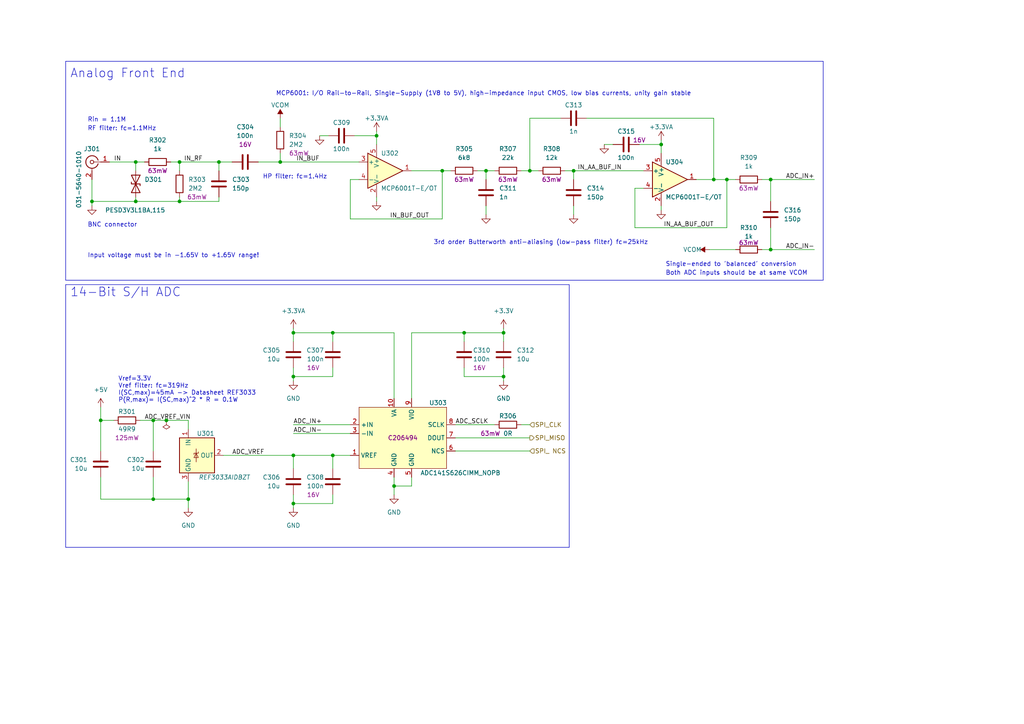
<source format=kicad_sch>
(kicad_sch (version 20230121) (generator eeschema)

  (uuid 259b7083-e1fc-4ec6-9bff-badedbfcac96)

  (paper "A4")

  (title_block
    (title "RP2040 Audio Board")
    (date "2023-05-01")
    (rev "0.1")
    (company "LP")
  )

  (lib_symbols
    (symbol "Amplifier_Operational:MCP6001-OT" (pin_names (offset 0.127)) (in_bom yes) (on_board yes)
      (property "Reference" "U" (at -1.27 6.35 0)
        (effects (font (size 1.27 1.27)) (justify left))
      )
      (property "Value" "MCP6001-OT" (at -1.27 3.81 0)
        (effects (font (size 1.27 1.27)) (justify left))
      )
      (property "Footprint" "Package_TO_SOT_SMD:SOT-23-5" (at -2.54 -5.08 0)
        (effects (font (size 1.27 1.27)) (justify left) hide)
      )
      (property "Datasheet" "http://ww1.microchip.com/downloads/en/DeviceDoc/21733j.pdf" (at 0 5.08 0)
        (effects (font (size 1.27 1.27)) hide)
      )
      (property "ki_keywords" "single opamp" (at 0 0 0)
        (effects (font (size 1.27 1.27)) hide)
      )
      (property "ki_description" "1MHz, Low-Power Op Amp, SOT-23-5" (at 0 0 0)
        (effects (font (size 1.27 1.27)) hide)
      )
      (property "ki_fp_filters" "SOT?23*" (at 0 0 0)
        (effects (font (size 1.27 1.27)) hide)
      )
      (symbol "MCP6001-OT_0_1"
        (polyline
          (pts
            (xy -5.08 5.08)
            (xy 5.08 0)
            (xy -5.08 -5.08)
            (xy -5.08 5.08)
          )
          (stroke (width 0.254) (type default))
          (fill (type background))
        )
        (pin power_in line (at -2.54 -7.62 90) (length 3.81)
          (name "V-" (effects (font (size 1.27 1.27))))
          (number "2" (effects (font (size 1.27 1.27))))
        )
        (pin power_in line (at -2.54 7.62 270) (length 3.81)
          (name "V+" (effects (font (size 1.27 1.27))))
          (number "5" (effects (font (size 1.27 1.27))))
        )
      )
      (symbol "MCP6001-OT_1_1"
        (pin output line (at 7.62 0 180) (length 2.54)
          (name "~" (effects (font (size 1.27 1.27))))
          (number "1" (effects (font (size 1.27 1.27))))
        )
        (pin input line (at -7.62 2.54 0) (length 2.54)
          (name "+" (effects (font (size 1.27 1.27))))
          (number "3" (effects (font (size 1.27 1.27))))
        )
        (pin input line (at -7.62 -2.54 0) (length 2.54)
          (name "-" (effects (font (size 1.27 1.27))))
          (number "4" (effects (font (size 1.27 1.27))))
        )
      )
    )
    (symbol "Connector:Conn_Coaxial" (pin_names (offset 1.016) hide) (in_bom yes) (on_board yes)
      (property "Reference" "J" (at 0.254 3.048 0)
        (effects (font (size 1.27 1.27)))
      )
      (property "Value" "Conn_Coaxial" (at 2.921 0 90)
        (effects (font (size 1.27 1.27)))
      )
      (property "Footprint" "" (at 0 0 0)
        (effects (font (size 1.27 1.27)) hide)
      )
      (property "Datasheet" " ~" (at 0 0 0)
        (effects (font (size 1.27 1.27)) hide)
      )
      (property "ki_keywords" "BNC SMA SMB SMC LEMO coaxial connector CINCH RCA" (at 0 0 0)
        (effects (font (size 1.27 1.27)) hide)
      )
      (property "ki_description" "coaxial connector (BNC, SMA, SMB, SMC, Cinch/RCA, LEMO, ...)" (at 0 0 0)
        (effects (font (size 1.27 1.27)) hide)
      )
      (property "ki_fp_filters" "*BNC* *SMA* *SMB* *SMC* *Cinch* *LEMO*" (at 0 0 0)
        (effects (font (size 1.27 1.27)) hide)
      )
      (symbol "Conn_Coaxial_0_1"
        (arc (start -1.778 -0.508) (mid 0.2311 -1.8066) (end 1.778 0)
          (stroke (width 0.254) (type default))
          (fill (type none))
        )
        (polyline
          (pts
            (xy -2.54 0)
            (xy -0.508 0)
          )
          (stroke (width 0) (type default))
          (fill (type none))
        )
        (polyline
          (pts
            (xy 0 -2.54)
            (xy 0 -1.778)
          )
          (stroke (width 0) (type default))
          (fill (type none))
        )
        (circle (center 0 0) (radius 0.508)
          (stroke (width 0.2032) (type default))
          (fill (type none))
        )
        (arc (start 1.778 0) (mid 0.2099 1.8101) (end -1.778 0.508)
          (stroke (width 0.254) (type default))
          (fill (type none))
        )
      )
      (symbol "Conn_Coaxial_1_1"
        (pin passive line (at -5.08 0 0) (length 2.54)
          (name "In" (effects (font (size 1.27 1.27))))
          (number "1" (effects (font (size 1.27 1.27))))
        )
        (pin passive line (at 0 -5.08 90) (length 2.54)
          (name "Ext" (effects (font (size 1.27 1.27))))
          (number "2" (effects (font (size 1.27 1.27))))
        )
      )
    )
    (symbol "Device:C" (pin_numbers hide) (pin_names (offset 0.254)) (in_bom yes) (on_board yes)
      (property "Reference" "C" (at 0.635 2.54 0)
        (effects (font (size 1.27 1.27)) (justify left))
      )
      (property "Value" "C" (at 0.635 -2.54 0)
        (effects (font (size 1.27 1.27)) (justify left))
      )
      (property "Footprint" "" (at 0.9652 -3.81 0)
        (effects (font (size 1.27 1.27)) hide)
      )
      (property "Datasheet" "~" (at 0 0 0)
        (effects (font (size 1.27 1.27)) hide)
      )
      (property "ki_keywords" "cap capacitor" (at 0 0 0)
        (effects (font (size 1.27 1.27)) hide)
      )
      (property "ki_description" "Unpolarized capacitor" (at 0 0 0)
        (effects (font (size 1.27 1.27)) hide)
      )
      (property "ki_fp_filters" "C_*" (at 0 0 0)
        (effects (font (size 1.27 1.27)) hide)
      )
      (symbol "C_0_1"
        (polyline
          (pts
            (xy -2.032 -0.762)
            (xy 2.032 -0.762)
          )
          (stroke (width 0.508) (type default))
          (fill (type none))
        )
        (polyline
          (pts
            (xy -2.032 0.762)
            (xy 2.032 0.762)
          )
          (stroke (width 0.508) (type default))
          (fill (type none))
        )
      )
      (symbol "C_1_1"
        (pin passive line (at 0 3.81 270) (length 2.794)
          (name "~" (effects (font (size 1.27 1.27))))
          (number "1" (effects (font (size 1.27 1.27))))
        )
        (pin passive line (at 0 -3.81 90) (length 2.794)
          (name "~" (effects (font (size 1.27 1.27))))
          (number "2" (effects (font (size 1.27 1.27))))
        )
      )
    )
    (symbol "Device:D_TVS" (pin_numbers hide) (pin_names (offset 1.016) hide) (in_bom yes) (on_board yes)
      (property "Reference" "D" (at 0 2.54 0)
        (effects (font (size 1.27 1.27)))
      )
      (property "Value" "D_TVS" (at 0 -2.54 0)
        (effects (font (size 1.27 1.27)))
      )
      (property "Footprint" "" (at 0 0 0)
        (effects (font (size 1.27 1.27)) hide)
      )
      (property "Datasheet" "~" (at 0 0 0)
        (effects (font (size 1.27 1.27)) hide)
      )
      (property "ki_keywords" "diode TVS thyrector" (at 0 0 0)
        (effects (font (size 1.27 1.27)) hide)
      )
      (property "ki_description" "Bidirectional transient-voltage-suppression diode" (at 0 0 0)
        (effects (font (size 1.27 1.27)) hide)
      )
      (property "ki_fp_filters" "TO-???* *_Diode_* *SingleDiode* D_*" (at 0 0 0)
        (effects (font (size 1.27 1.27)) hide)
      )
      (symbol "D_TVS_0_1"
        (polyline
          (pts
            (xy 1.27 0)
            (xy -1.27 0)
          )
          (stroke (width 0) (type default))
          (fill (type none))
        )
        (polyline
          (pts
            (xy 0.508 1.27)
            (xy 0 1.27)
            (xy 0 -1.27)
            (xy -0.508 -1.27)
          )
          (stroke (width 0.254) (type default))
          (fill (type none))
        )
        (polyline
          (pts
            (xy -2.54 1.27)
            (xy -2.54 -1.27)
            (xy 2.54 1.27)
            (xy 2.54 -1.27)
            (xy -2.54 1.27)
          )
          (stroke (width 0.254) (type default))
          (fill (type none))
        )
      )
      (symbol "D_TVS_1_1"
        (pin passive line (at -3.81 0 0) (length 2.54)
          (name "A1" (effects (font (size 1.27 1.27))))
          (number "1" (effects (font (size 1.27 1.27))))
        )
        (pin passive line (at 3.81 0 180) (length 2.54)
          (name "A2" (effects (font (size 1.27 1.27))))
          (number "2" (effects (font (size 1.27 1.27))))
        )
      )
    )
    (symbol "Device:R" (pin_numbers hide) (pin_names (offset 0)) (in_bom yes) (on_board yes)
      (property "Reference" "R" (at 2.032 0 90)
        (effects (font (size 1.27 1.27)))
      )
      (property "Value" "R" (at 0 0 90)
        (effects (font (size 1.27 1.27)))
      )
      (property "Footprint" "" (at -1.778 0 90)
        (effects (font (size 1.27 1.27)) hide)
      )
      (property "Datasheet" "~" (at 0 0 0)
        (effects (font (size 1.27 1.27)) hide)
      )
      (property "ki_keywords" "R res resistor" (at 0 0 0)
        (effects (font (size 1.27 1.27)) hide)
      )
      (property "ki_description" "Resistor" (at 0 0 0)
        (effects (font (size 1.27 1.27)) hide)
      )
      (property "ki_fp_filters" "R_*" (at 0 0 0)
        (effects (font (size 1.27 1.27)) hide)
      )
      (symbol "R_0_1"
        (rectangle (start -1.016 -2.54) (end 1.016 2.54)
          (stroke (width 0.254) (type default))
          (fill (type none))
        )
      )
      (symbol "R_1_1"
        (pin passive line (at 0 3.81 270) (length 1.27)
          (name "~" (effects (font (size 1.27 1.27))))
          (number "1" (effects (font (size 1.27 1.27))))
        )
        (pin passive line (at 0 -3.81 90) (length 1.27)
          (name "~" (effects (font (size 1.27 1.27))))
          (number "2" (effects (font (size 1.27 1.27))))
        )
      )
    )
    (symbol "Reference_Voltage:REF3033" (pin_names (offset 0.254)) (in_bom yes) (on_board yes)
      (property "Reference" "U" (at 0 6.35 0)
        (effects (font (size 1.27 1.27)))
      )
      (property "Value" "REF3033" (at 2.54 -6.35 0)
        (effects (font (size 1.27 1.27) italic))
      )
      (property "Footprint" "Package_TO_SOT_SMD:SOT-23" (at 0 -11.43 0)
        (effects (font (size 1.27 1.27) italic) hide)
      )
      (property "Datasheet" "http://www.ti.com/lit/ds/symlink/ref3033.pdf" (at 2.54 -8.89 0)
        (effects (font (size 1.27 1.27) italic) hide)
      )
      (property "ki_keywords" "voltage reference" (at 0 0 0)
        (effects (font (size 1.27 1.27)) hide)
      )
      (property "ki_description" "3.3V 50-ppm/°C Max, 50-μA, CMOS Voltage Reference, SOT-23-3" (at 0 0 0)
        (effects (font (size 1.27 1.27)) hide)
      )
      (property "ki_fp_filters" "SOT?23*" (at 0 0 0)
        (effects (font (size 1.27 1.27)) hide)
      )
      (symbol "REF3033_0_1"
        (rectangle (start -5.08 5.08) (end 5.08 -5.08)
          (stroke (width 0.254) (type default))
          (fill (type background))
        )
        (polyline
          (pts
            (xy -0.254 1.905)
            (xy -0.254 -1.905)
          )
          (stroke (width 0) (type default))
          (fill (type none))
        )
        (polyline
          (pts
            (xy -0.889 -0.635)
            (xy 0.381 -0.635)
            (xy -0.254 0.635)
            (xy -0.889 -0.635)
          )
          (stroke (width 0) (type default))
          (fill (type none))
        )
        (polyline
          (pts
            (xy 0.381 1.016)
            (xy 0.381 0.635)
            (xy -0.889 0.635)
            (xy -0.889 0.254)
          )
          (stroke (width 0) (type default))
          (fill (type none))
        )
      )
      (symbol "REF3033_1_1"
        (pin power_in line (at -2.54 7.62 270) (length 2.54)
          (name "IN" (effects (font (size 1.27 1.27))))
          (number "1" (effects (font (size 1.27 1.27))))
        )
        (pin power_out line (at 7.62 0 180) (length 2.54)
          (name "OUT" (effects (font (size 1.27 1.27))))
          (number "2" (effects (font (size 1.27 1.27))))
        )
        (pin power_in line (at -2.54 -7.62 90) (length 2.54)
          (name "GND" (effects (font (size 1.27 1.27))))
          (number "3" (effects (font (size 1.27 1.27))))
        )
      )
    )
    (symbol "lzptr:ADC141S626" (in_bom yes) (on_board yes)
      (property "Reference" "U" (at 8.89 10.16 0)
        (effects (font (size 1.27 1.27)))
      )
      (property "Value" "ADC141S626" (at 10.16 -10.16 0)
        (effects (font (size 1.27 1.27)))
      )
      (property "Footprint" "" (at 0 -1.27 0)
        (effects (font (size 1.27 1.27)) hide)
      )
      (property "Datasheet" "" (at 0 -1.27 0)
        (effects (font (size 1.27 1.27)) hide)
      )
      (symbol "ADC141S626_0_0"
        (pin input line (at -15.24 -5.08 0) (length 2.54)
          (name "VREF" (effects (font (size 1.27 1.27))))
          (number "1" (effects (font (size 1.27 1.27))))
        )
        (pin power_in line (at -2.54 11.43 270) (length 2.54)
          (name "VA" (effects (font (size 1.27 1.27))))
          (number "10" (effects (font (size 1.27 1.27))))
        )
        (pin input line (at -15.24 3.81 0) (length 2.54)
          (name "+IN" (effects (font (size 1.27 1.27))))
          (number "2" (effects (font (size 1.27 1.27))))
        )
        (pin input line (at -15.24 1.27 0) (length 2.54)
          (name "-IN" (effects (font (size 1.27 1.27))))
          (number "3" (effects (font (size 1.27 1.27))))
        )
        (pin power_in line (at -2.54 -11.43 90) (length 2.54)
          (name "GND" (effects (font (size 1.27 1.27))))
          (number "4" (effects (font (size 1.27 1.27))))
        )
        (pin power_in line (at 2.54 -11.43 90) (length 2.54)
          (name "GND" (effects (font (size 1.27 1.27))))
          (number "5" (effects (font (size 1.27 1.27))))
        )
        (pin input line (at 15.24 -3.81 180) (length 2.54)
          (name "NCS" (effects (font (size 1.27 1.27))))
          (number "6" (effects (font (size 1.27 1.27))))
        )
        (pin output line (at 15.24 0 180) (length 2.54)
          (name "DOUT" (effects (font (size 1.27 1.27))))
          (number "7" (effects (font (size 1.27 1.27))))
        )
        (pin input line (at 15.24 3.81 180) (length 2.54)
          (name "SCLK" (effects (font (size 1.27 1.27))))
          (number "8" (effects (font (size 1.27 1.27))))
        )
        (pin power_in line (at 2.54 11.43 270) (length 2.54)
          (name "VIO" (effects (font (size 1.27 1.27))))
          (number "9" (effects (font (size 1.27 1.27))))
        )
      )
      (symbol "ADC141S626_0_1"
        (rectangle (start -12.7 8.89) (end 12.7 -8.89)
          (stroke (width 0) (type default))
          (fill (type background))
        )
      )
    )
    (symbol "power:+3.3V" (power) (pin_names (offset 0)) (in_bom yes) (on_board yes)
      (property "Reference" "#PWR" (at 0 -3.81 0)
        (effects (font (size 1.27 1.27)) hide)
      )
      (property "Value" "+3.3V" (at 0 3.556 0)
        (effects (font (size 1.27 1.27)))
      )
      (property "Footprint" "" (at 0 0 0)
        (effects (font (size 1.27 1.27)) hide)
      )
      (property "Datasheet" "" (at 0 0 0)
        (effects (font (size 1.27 1.27)) hide)
      )
      (property "ki_keywords" "global power" (at 0 0 0)
        (effects (font (size 1.27 1.27)) hide)
      )
      (property "ki_description" "Power symbol creates a global label with name \"+3.3V\"" (at 0 0 0)
        (effects (font (size 1.27 1.27)) hide)
      )
      (symbol "+3.3V_0_1"
        (polyline
          (pts
            (xy -0.762 1.27)
            (xy 0 2.54)
          )
          (stroke (width 0) (type default))
          (fill (type none))
        )
        (polyline
          (pts
            (xy 0 0)
            (xy 0 2.54)
          )
          (stroke (width 0) (type default))
          (fill (type none))
        )
        (polyline
          (pts
            (xy 0 2.54)
            (xy 0.762 1.27)
          )
          (stroke (width 0) (type default))
          (fill (type none))
        )
      )
      (symbol "+3.3V_1_1"
        (pin power_in line (at 0 0 90) (length 0) hide
          (name "+3.3V" (effects (font (size 1.27 1.27))))
          (number "1" (effects (font (size 1.27 1.27))))
        )
      )
    )
    (symbol "power:+3.3VA" (power) (pin_names (offset 0)) (in_bom yes) (on_board yes)
      (property "Reference" "#PWR" (at 0 -3.81 0)
        (effects (font (size 1.27 1.27)) hide)
      )
      (property "Value" "+3.3VA" (at 0 3.556 0)
        (effects (font (size 1.27 1.27)))
      )
      (property "Footprint" "" (at 0 0 0)
        (effects (font (size 1.27 1.27)) hide)
      )
      (property "Datasheet" "" (at 0 0 0)
        (effects (font (size 1.27 1.27)) hide)
      )
      (property "ki_keywords" "global power" (at 0 0 0)
        (effects (font (size 1.27 1.27)) hide)
      )
      (property "ki_description" "Power symbol creates a global label with name \"+3.3VA\"" (at 0 0 0)
        (effects (font (size 1.27 1.27)) hide)
      )
      (symbol "+3.3VA_0_1"
        (polyline
          (pts
            (xy -0.762 1.27)
            (xy 0 2.54)
          )
          (stroke (width 0) (type default))
          (fill (type none))
        )
        (polyline
          (pts
            (xy 0 0)
            (xy 0 2.54)
          )
          (stroke (width 0) (type default))
          (fill (type none))
        )
        (polyline
          (pts
            (xy 0 2.54)
            (xy 0.762 1.27)
          )
          (stroke (width 0) (type default))
          (fill (type none))
        )
      )
      (symbol "+3.3VA_1_1"
        (pin power_in line (at 0 0 90) (length 0) hide
          (name "+3.3VA" (effects (font (size 1.27 1.27))))
          (number "1" (effects (font (size 1.27 1.27))))
        )
      )
    )
    (symbol "power:+5V" (power) (pin_names (offset 0)) (in_bom yes) (on_board yes)
      (property "Reference" "#PWR" (at 0 -3.81 0)
        (effects (font (size 1.27 1.27)) hide)
      )
      (property "Value" "+5V" (at 0 3.556 0)
        (effects (font (size 1.27 1.27)))
      )
      (property "Footprint" "" (at 0 0 0)
        (effects (font (size 1.27 1.27)) hide)
      )
      (property "Datasheet" "" (at 0 0 0)
        (effects (font (size 1.27 1.27)) hide)
      )
      (property "ki_keywords" "global power" (at 0 0 0)
        (effects (font (size 1.27 1.27)) hide)
      )
      (property "ki_description" "Power symbol creates a global label with name \"+5V\"" (at 0 0 0)
        (effects (font (size 1.27 1.27)) hide)
      )
      (symbol "+5V_0_1"
        (polyline
          (pts
            (xy -0.762 1.27)
            (xy 0 2.54)
          )
          (stroke (width 0) (type default))
          (fill (type none))
        )
        (polyline
          (pts
            (xy 0 0)
            (xy 0 2.54)
          )
          (stroke (width 0) (type default))
          (fill (type none))
        )
        (polyline
          (pts
            (xy 0 2.54)
            (xy 0.762 1.27)
          )
          (stroke (width 0) (type default))
          (fill (type none))
        )
      )
      (symbol "+5V_1_1"
        (pin power_in line (at 0 0 90) (length 0) hide
          (name "+5V" (effects (font (size 1.27 1.27))))
          (number "1" (effects (font (size 1.27 1.27))))
        )
      )
    )
    (symbol "power:GND" (power) (pin_names (offset 0)) (in_bom yes) (on_board yes)
      (property "Reference" "#PWR" (at 0 -6.35 0)
        (effects (font (size 1.27 1.27)) hide)
      )
      (property "Value" "GND" (at 0 -3.81 0)
        (effects (font (size 1.27 1.27)))
      )
      (property "Footprint" "" (at 0 0 0)
        (effects (font (size 1.27 1.27)) hide)
      )
      (property "Datasheet" "" (at 0 0 0)
        (effects (font (size 1.27 1.27)) hide)
      )
      (property "ki_keywords" "global power" (at 0 0 0)
        (effects (font (size 1.27 1.27)) hide)
      )
      (property "ki_description" "Power symbol creates a global label with name \"GND\" , ground" (at 0 0 0)
        (effects (font (size 1.27 1.27)) hide)
      )
      (symbol "GND_0_1"
        (polyline
          (pts
            (xy 0 0)
            (xy 0 -1.27)
            (xy 1.27 -1.27)
            (xy 0 -2.54)
            (xy -1.27 -1.27)
            (xy 0 -1.27)
          )
          (stroke (width 0) (type default))
          (fill (type none))
        )
      )
      (symbol "GND_1_1"
        (pin power_in line (at 0 0 270) (length 0) hide
          (name "GND" (effects (font (size 1.27 1.27))))
          (number "1" (effects (font (size 1.27 1.27))))
        )
      )
    )
    (symbol "power:PWR_FLAG" (power) (pin_numbers hide) (pin_names (offset 0) hide) (in_bom yes) (on_board yes)
      (property "Reference" "#FLG" (at 0 1.905 0)
        (effects (font (size 1.27 1.27)) hide)
      )
      (property "Value" "PWR_FLAG" (at 0 3.81 0)
        (effects (font (size 1.27 1.27)))
      )
      (property "Footprint" "" (at 0 0 0)
        (effects (font (size 1.27 1.27)) hide)
      )
      (property "Datasheet" "~" (at 0 0 0)
        (effects (font (size 1.27 1.27)) hide)
      )
      (property "ki_keywords" "flag power" (at 0 0 0)
        (effects (font (size 1.27 1.27)) hide)
      )
      (property "ki_description" "Special symbol for telling ERC where power comes from" (at 0 0 0)
        (effects (font (size 1.27 1.27)) hide)
      )
      (symbol "PWR_FLAG_0_0"
        (pin power_out line (at 0 0 90) (length 0)
          (name "pwr" (effects (font (size 1.27 1.27))))
          (number "1" (effects (font (size 1.27 1.27))))
        )
      )
      (symbol "PWR_FLAG_0_1"
        (polyline
          (pts
            (xy 0 0)
            (xy 0 1.27)
            (xy -1.016 1.905)
            (xy 0 2.54)
            (xy 1.016 1.905)
            (xy 0 1.27)
          )
          (stroke (width 0) (type default))
          (fill (type none))
        )
      )
    )
    (symbol "power:VCOM" (power) (pin_names (offset 0)) (in_bom yes) (on_board yes)
      (property "Reference" "#PWR" (at 0 -3.81 0)
        (effects (font (size 1.27 1.27)) hide)
      )
      (property "Value" "VCOM" (at 0 3.81 0)
        (effects (font (size 1.27 1.27)))
      )
      (property "Footprint" "" (at 0 0 0)
        (effects (font (size 1.27 1.27)) hide)
      )
      (property "Datasheet" "" (at 0 0 0)
        (effects (font (size 1.27 1.27)) hide)
      )
      (property "ki_keywords" "global power" (at 0 0 0)
        (effects (font (size 1.27 1.27)) hide)
      )
      (property "ki_description" "Power symbol creates a global label with name \"VCOM\"" (at 0 0 0)
        (effects (font (size 1.27 1.27)) hide)
      )
      (symbol "VCOM_0_1"
        (polyline
          (pts
            (xy 0 0)
            (xy 0 2.54)
          )
          (stroke (width 0) (type default))
          (fill (type none))
        )
        (polyline
          (pts
            (xy 0.762 1.27)
            (xy -0.762 1.27)
            (xy 0 2.54)
            (xy 0.762 1.27)
          )
          (stroke (width 0) (type default))
          (fill (type outline))
        )
      )
      (symbol "VCOM_1_1"
        (pin power_in line (at 0 0 90) (length 0) hide
          (name "VCOM" (effects (font (size 1.27 1.27))))
          (number "1" (effects (font (size 1.27 1.27))))
        )
      )
    )
  )

  (junction (at 146.05 109.22) (diameter 0) (color 0 0 0 0)
    (uuid 0a221691-2092-47aa-96d9-62f3d8df28ed)
  )
  (junction (at 29.21 121.92) (diameter 0) (color 0 0 0 0)
    (uuid 0dd5d9e3-99ff-4905-857a-2d7b8f5d6870)
  )
  (junction (at 44.45 121.92) (diameter 0) (color 0 0 0 0)
    (uuid 0e4fbdc9-6058-4772-bc3a-349eb23475d1)
  )
  (junction (at 109.22 39.37) (diameter 0) (color 0 0 0 0)
    (uuid 2b0e9cdb-2762-48ae-8df5-b1fd1507ff3f)
  )
  (junction (at 39.37 46.99) (diameter 0) (color 0 0 0 0)
    (uuid 2d91fb7d-bc8c-4601-9a20-7713d2ea07c7)
  )
  (junction (at 63.5 46.99) (diameter 0) (color 0 0 0 0)
    (uuid 315d4e1a-b2ba-4b1e-b343-06bc66fdde3f)
  )
  (junction (at 210.82 52.07) (diameter 0) (color 0 0 0 0)
    (uuid 3f43f8e3-c3c0-4e7d-830d-03df84e19e53)
  )
  (junction (at 52.07 58.42) (diameter 0) (color 0 0 0 0)
    (uuid 406aaec7-46d3-4bbc-b5bd-154b6503a5f3)
  )
  (junction (at 52.07 46.99) (diameter 0) (color 0 0 0 0)
    (uuid 41efca47-49b4-44be-993e-5abda42c3aae)
  )
  (junction (at 153.67 49.53) (diameter 0) (color 0 0 0 0)
    (uuid 4579875d-184b-45a8-b7c5-6b7af323b74e)
  )
  (junction (at 26.67 58.42) (diameter 0) (color 0 0 0 0)
    (uuid 4659682a-44c8-4c69-b73d-c77f49a06380)
  )
  (junction (at 134.62 96.52) (diameter 0) (color 0 0 0 0)
    (uuid 4aeaa82b-0874-4796-a5a8-09840e3fe0e3)
  )
  (junction (at 54.61 144.78) (diameter 0) (color 0 0 0 0)
    (uuid 57bbfad3-91cd-44a5-83c9-3ea32ecb33bd)
  )
  (junction (at 39.37 58.42) (diameter 0) (color 0 0 0 0)
    (uuid 5c21108a-2a60-4321-9afd-3bdb2d7089fc)
  )
  (junction (at 96.52 132.08) (diameter 0) (color 0 0 0 0)
    (uuid 90996f09-293b-4a58-bd9b-ec60c4e8293d)
  )
  (junction (at 96.52 96.52) (diameter 0) (color 0 0 0 0)
    (uuid 971303e0-b8e7-4284-bb8b-19f12c4dd0f6)
  )
  (junction (at 207.01 52.07) (diameter 0) (color 0 0 0 0)
    (uuid a09a0414-f0eb-4f70-9f9f-c6d2eced9a0b)
  )
  (junction (at 85.09 109.22) (diameter 0) (color 0 0 0 0)
    (uuid a19e11aa-5a02-4256-810f-e97dd00577ce)
  )
  (junction (at 44.45 144.78) (diameter 0) (color 0 0 0 0)
    (uuid aad290aa-b1d3-43ca-94cd-1e93b3b774ed)
  )
  (junction (at 223.52 52.07) (diameter 0) (color 0 0 0 0)
    (uuid bb2c4533-94f3-417d-b9fb-171b0a1265b5)
  )
  (junction (at 85.09 146.05) (diameter 0) (color 0 0 0 0)
    (uuid bf6e59ae-a73f-4938-8d41-e2d1f5f99098)
  )
  (junction (at 191.77 41.91) (diameter 0) (color 0 0 0 0)
    (uuid c10e937e-5b3f-432d-ab09-018cdbf2438f)
  )
  (junction (at 48.26 121.92) (diameter 0) (color 0 0 0 0)
    (uuid cab34fb0-6681-4218-95b2-38d2f751cd86)
  )
  (junction (at 81.28 46.99) (diameter 0) (color 0 0 0 0)
    (uuid d449ab3c-2973-4969-ab74-465ae6ef2378)
  )
  (junction (at 114.3 140.97) (diameter 0) (color 0 0 0 0)
    (uuid d831d175-4c21-42f9-b884-7f2115f607c2)
  )
  (junction (at 166.37 49.53) (diameter 0) (color 0 0 0 0)
    (uuid d95691a9-098a-4daf-aa74-9841297d1edb)
  )
  (junction (at 85.09 132.08) (diameter 0) (color 0 0 0 0)
    (uuid df559e65-045e-44b7-995d-511d34dd1c96)
  )
  (junction (at 128.27 49.53) (diameter 0) (color 0 0 0 0)
    (uuid e017feba-f882-44c7-aeb8-dd279a914391)
  )
  (junction (at 146.05 96.52) (diameter 0) (color 0 0 0 0)
    (uuid f622affd-4203-4323-9ac1-308b1a8d801f)
  )
  (junction (at 85.09 96.52) (diameter 0) (color 0 0 0 0)
    (uuid f7e8f01a-2876-4c0b-80e9-57d4954b30a7)
  )
  (junction (at 223.52 72.39) (diameter 0) (color 0 0 0 0)
    (uuid f96aa806-f117-4dbc-b4f1-2b0145f3d661)
  )
  (junction (at 140.97 49.53) (diameter 0) (color 0 0 0 0)
    (uuid faaf93c7-247c-4341-a0e8-039f3acfdab4)
  )

  (wire (pts (xy 96.52 106.68) (xy 96.52 109.22))
    (stroke (width 0) (type default))
    (uuid 01ee2d86-eaa7-4b87-a376-a3563237fedc)
  )
  (wire (pts (xy 74.93 46.99) (xy 81.28 46.99))
    (stroke (width 0) (type default))
    (uuid 01f716ab-6830-4af4-a5f4-d8d6ca9e924d)
  )
  (wire (pts (xy 166.37 59.69) (xy 166.37 62.23))
    (stroke (width 0) (type default))
    (uuid 05b0d214-ba12-4f1c-8028-a18e85ef6031)
  )
  (wire (pts (xy 205.74 72.39) (xy 213.36 72.39))
    (stroke (width 0) (type default))
    (uuid 0794d40e-b797-4504-9806-3b0f8be8d1c6)
  )
  (wire (pts (xy 52.07 46.99) (xy 63.5 46.99))
    (stroke (width 0) (type default))
    (uuid 07bbc896-62d3-4565-8d09-723a0b3627ad)
  )
  (wire (pts (xy 114.3 140.97) (xy 119.38 140.97))
    (stroke (width 0) (type default))
    (uuid 095e6ff8-78cb-4427-a87f-e405f6fd2ac0)
  )
  (wire (pts (xy 29.21 118.11) (xy 29.21 121.92))
    (stroke (width 0) (type default))
    (uuid 0b00c4dc-794d-43cc-a9c9-f01c1d2e1af6)
  )
  (wire (pts (xy 44.45 121.92) (xy 44.45 130.81))
    (stroke (width 0) (type default))
    (uuid 0d268d04-ded8-489f-9f7a-acb90ff2e18e)
  )
  (wire (pts (xy 85.09 106.68) (xy 85.09 109.22))
    (stroke (width 0) (type default))
    (uuid 0eb84035-6eec-4915-80e7-5ff047d80366)
  )
  (wire (pts (xy 52.07 46.99) (xy 49.53 46.99))
    (stroke (width 0) (type default))
    (uuid 0f676d43-89da-4e4d-93eb-8ba19a5f338d)
  )
  (wire (pts (xy 207.01 52.07) (xy 201.93 52.07))
    (stroke (width 0) (type default))
    (uuid 111a608e-6d81-4702-aef3-08b6d982a97e)
  )
  (wire (pts (xy 96.52 96.52) (xy 114.3 96.52))
    (stroke (width 0) (type default))
    (uuid 146a7d30-9ed7-4f99-8c22-c189ed71b8fb)
  )
  (wire (pts (xy 153.67 49.53) (xy 153.67 34.29))
    (stroke (width 0) (type default))
    (uuid 1817fb71-fa35-4ad0-82da-daae074d60c9)
  )
  (wire (pts (xy 153.67 34.29) (xy 162.56 34.29))
    (stroke (width 0) (type default))
    (uuid 19de3fb6-4a3e-4953-b103-90bfc049c582)
  )
  (wire (pts (xy 109.22 39.37) (xy 109.22 38.1))
    (stroke (width 0) (type default))
    (uuid 1f326754-eb7f-473a-ad89-ba63772de4ab)
  )
  (polyline (pts (xy 19.05 82.55) (xy 19.05 158.75))
    (stroke (width 0) (type default))
    (uuid 240260c8-1996-46d1-83c3-d78ce5353570)
  )

  (wire (pts (xy 85.09 132.08) (xy 85.09 135.89))
    (stroke (width 0) (type default))
    (uuid 24a12373-3696-404b-8ae9-df6635781f7f)
  )
  (wire (pts (xy 134.62 106.68) (xy 134.62 109.22))
    (stroke (width 0) (type default))
    (uuid 25d6d6a1-0890-4eda-aaba-7a52a6f84f09)
  )
  (wire (pts (xy 81.28 46.99) (xy 81.28 44.45))
    (stroke (width 0) (type default))
    (uuid 2b6109ac-1b99-467e-a32e-b512d4f1eaf9)
  )
  (wire (pts (xy 54.61 121.92) (xy 48.26 121.92))
    (stroke (width 0) (type default))
    (uuid 2c7a3cc7-3db5-4bc3-89e4-056365322fe4)
  )
  (wire (pts (xy 96.52 132.08) (xy 101.6 132.08))
    (stroke (width 0) (type default))
    (uuid 2ddb8d2b-2e5b-4383-af56-92790eee3d32)
  )
  (wire (pts (xy 213.36 52.07) (xy 210.82 52.07))
    (stroke (width 0) (type default))
    (uuid 317d6cdb-da09-4122-929b-7a8bd6adab9d)
  )
  (wire (pts (xy 39.37 49.53) (xy 39.37 46.99))
    (stroke (width 0) (type default))
    (uuid 325d875c-240c-4e6e-8a21-341a078a88e6)
  )
  (wire (pts (xy 191.77 41.91) (xy 191.77 44.45))
    (stroke (width 0) (type default))
    (uuid 33c7df1f-c77c-4c91-8455-6587bd4c5fa7)
  )
  (wire (pts (xy 132.08 127) (xy 153.67 127))
    (stroke (width 0) (type default))
    (uuid 3bf23994-0928-4430-b8f8-29f7a98e74fa)
  )
  (wire (pts (xy 130.81 49.53) (xy 128.27 49.53))
    (stroke (width 0) (type default))
    (uuid 3f7831f8-0ad3-4b05-aa9c-2e251eb4e83d)
  )
  (wire (pts (xy 223.52 58.42) (xy 223.52 52.07))
    (stroke (width 0) (type default))
    (uuid 425ba9d8-d226-4d47-80e3-5ec604424478)
  )
  (wire (pts (xy 134.62 109.22) (xy 146.05 109.22))
    (stroke (width 0) (type default))
    (uuid 42feb6f3-1610-4f33-8d6f-0bce8b86ceb7)
  )
  (wire (pts (xy 85.09 132.08) (xy 96.52 132.08))
    (stroke (width 0) (type default))
    (uuid 433a51f3-458e-491b-9dab-11ea278e1ead)
  )
  (wire (pts (xy 33.02 121.92) (xy 29.21 121.92))
    (stroke (width 0) (type default))
    (uuid 439575fa-3d86-4a51-9d4d-68bd313cccd5)
  )
  (wire (pts (xy 54.61 144.78) (xy 54.61 147.32))
    (stroke (width 0) (type default))
    (uuid 43aa82dd-df1a-48b4-bad1-7dedd7ce52c8)
  )
  (wire (pts (xy 146.05 95.25) (xy 146.05 96.52))
    (stroke (width 0) (type default))
    (uuid 45e61171-5e25-4a0c-bbf8-d00983248320)
  )
  (wire (pts (xy 186.69 49.53) (xy 166.37 49.53))
    (stroke (width 0) (type default))
    (uuid 468adc0b-f9b3-4084-88da-63d24c0d80b8)
  )
  (wire (pts (xy 119.38 96.52) (xy 119.38 115.57))
    (stroke (width 0) (type default))
    (uuid 488bf4c7-a73b-4b13-b0c0-30bdada9152f)
  )
  (wire (pts (xy 134.62 99.06) (xy 134.62 96.52))
    (stroke (width 0) (type default))
    (uuid 4ef3097b-5820-4db2-875a-83d123073a98)
  )
  (wire (pts (xy 29.21 138.43) (xy 29.21 144.78))
    (stroke (width 0) (type default))
    (uuid 5319f2e2-cd0b-4a59-873d-490a457801ac)
  )
  (wire (pts (xy 119.38 138.43) (xy 119.38 140.97))
    (stroke (width 0) (type default))
    (uuid 5720bce5-a9da-47a5-a2a7-8cfbdad0922c)
  )
  (polyline (pts (xy 19.05 81.28) (xy 19.05 17.78))
    (stroke (width 0) (type default))
    (uuid 581cfd43-5883-4502-82f4-55f1793861dc)
  )

  (wire (pts (xy 48.26 121.92) (xy 44.45 121.92))
    (stroke (width 0) (type default))
    (uuid 59d18831-3e81-4e50-913f-cb5e3bc72601)
  )
  (wire (pts (xy 236.22 52.07) (xy 223.52 52.07))
    (stroke (width 0) (type default))
    (uuid 5c04c2be-394a-4438-9d27-eaaa470353c0)
  )
  (wire (pts (xy 184.15 66.04) (xy 210.82 66.04))
    (stroke (width 0) (type default))
    (uuid 5c376b48-cdbf-45f4-850e-1efedb28d0b6)
  )
  (polyline (pts (xy 19.05 158.75) (xy 165.1 158.75))
    (stroke (width 0) (type default))
    (uuid 5cc0d20e-3ddf-45a3-9811-e577f698f778)
  )

  (wire (pts (xy 96.52 146.05) (xy 85.09 146.05))
    (stroke (width 0) (type default))
    (uuid 6024d568-8f38-4155-abe4-6800298609c1)
  )
  (wire (pts (xy 92.71 39.37) (xy 95.25 39.37))
    (stroke (width 0) (type default))
    (uuid 62894097-f4fe-445f-a838-08daf59d82cf)
  )
  (wire (pts (xy 134.62 96.52) (xy 146.05 96.52))
    (stroke (width 0) (type default))
    (uuid 64007ec6-5111-4ffd-8c5b-1d96d2116aeb)
  )
  (wire (pts (xy 26.67 59.69) (xy 26.67 58.42))
    (stroke (width 0) (type default))
    (uuid 6a2705be-04be-4811-9c24-d1ba61015d12)
  )
  (wire (pts (xy 101.6 63.5) (xy 128.27 63.5))
    (stroke (width 0) (type default))
    (uuid 6a945093-8139-4c32-9930-a8435a3e4c5f)
  )
  (wire (pts (xy 101.6 52.07) (xy 101.6 63.5))
    (stroke (width 0) (type default))
    (uuid 6b8c7ce8-76ee-47d5-b0bd-ad4f6d8809ac)
  )
  (wire (pts (xy 52.07 58.42) (xy 63.5 58.42))
    (stroke (width 0) (type default))
    (uuid 6bb3ab2f-ff2c-499e-9561-6a53c64c925d)
  )
  (wire (pts (xy 29.21 144.78) (xy 44.45 144.78))
    (stroke (width 0) (type default))
    (uuid 6c1db425-501d-49b3-aa7c-86fc844dc461)
  )
  (wire (pts (xy 191.77 41.91) (xy 191.77 40.64))
    (stroke (width 0) (type default))
    (uuid 717e5dc0-6e72-468d-bfff-1670bcac6aba)
  )
  (wire (pts (xy 223.52 72.39) (xy 220.98 72.39))
    (stroke (width 0) (type default))
    (uuid 745ecd86-c8d1-41f0-bf07-b41d2b04cc40)
  )
  (wire (pts (xy 39.37 46.99) (xy 41.91 46.99))
    (stroke (width 0) (type default))
    (uuid 78a18802-9c29-48dd-a3a7-09299003ea49)
  )
  (wire (pts (xy 29.21 121.92) (xy 29.21 130.81))
    (stroke (width 0) (type default))
    (uuid 7c96c010-2b97-4b5b-a993-af7384343d05)
  )
  (wire (pts (xy 166.37 49.53) (xy 163.83 49.53))
    (stroke (width 0) (type default))
    (uuid 7d247d45-9bf8-4fcf-b181-5d03148c7d3f)
  )
  (wire (pts (xy 223.52 66.04) (xy 223.52 72.39))
    (stroke (width 0) (type default))
    (uuid 7da5f5d7-51b5-4a5c-8bab-461818e2a89d)
  )
  (wire (pts (xy 140.97 52.07) (xy 140.97 49.53))
    (stroke (width 0) (type default))
    (uuid 7f0084ca-bda1-4d85-8a78-6eb622505850)
  )
  (wire (pts (xy 67.31 46.99) (xy 63.5 46.99))
    (stroke (width 0) (type default))
    (uuid 80fd1613-236a-4027-b2a7-6e4ebe42198d)
  )
  (wire (pts (xy 63.5 58.42) (xy 63.5 57.15))
    (stroke (width 0) (type default))
    (uuid 8480b690-cc3d-4ec5-b54e-40125c1dac41)
  )
  (wire (pts (xy 186.69 54.61) (xy 184.15 54.61))
    (stroke (width 0) (type default))
    (uuid 89b26c2c-0762-4e28-aba7-de4bbdb1a90a)
  )
  (wire (pts (xy 52.07 58.42) (xy 52.07 57.15))
    (stroke (width 0) (type default))
    (uuid 8a633d2a-5893-476f-80d9-ef0dd79c7321)
  )
  (wire (pts (xy 26.67 58.42) (xy 26.67 52.07))
    (stroke (width 0) (type default))
    (uuid 8e0d81eb-572a-4c3a-b946-49631b8b3cc8)
  )
  (wire (pts (xy 143.51 49.53) (xy 140.97 49.53))
    (stroke (width 0) (type default))
    (uuid 8f478bb8-f248-452d-97a8-5c4644d592fa)
  )
  (wire (pts (xy 96.52 132.08) (xy 96.52 135.89))
    (stroke (width 0) (type default))
    (uuid 90af3475-60cd-4592-a54c-eb146334ab61)
  )
  (wire (pts (xy 207.01 34.29) (xy 207.01 52.07))
    (stroke (width 0) (type default))
    (uuid 9b5b5d3d-34bb-4a52-9121-4b1b966fef5e)
  )
  (polyline (pts (xy 238.76 81.28) (xy 19.05 81.28))
    (stroke (width 0) (type default))
    (uuid 9c7a2026-28ad-4116-b1cd-b0946b26b69b)
  )

  (wire (pts (xy 63.5 49.53) (xy 63.5 46.99))
    (stroke (width 0) (type default))
    (uuid 9ca7cc7c-b24d-4d10-8fc2-3ca0e962eea8)
  )
  (wire (pts (xy 191.77 60.96) (xy 191.77 59.69))
    (stroke (width 0) (type default))
    (uuid 9def3a99-c14a-4663-80a3-e8be8c9e60ac)
  )
  (wire (pts (xy 31.75 46.99) (xy 39.37 46.99))
    (stroke (width 0) (type default))
    (uuid 9f7dbd54-cdf5-4fb0-af6d-30ac81fd19fb)
  )
  (wire (pts (xy 104.14 52.07) (xy 101.6 52.07))
    (stroke (width 0) (type default))
    (uuid a0b9dbf1-022a-4077-820a-b02814fa378a)
  )
  (wire (pts (xy 81.28 46.99) (xy 104.14 46.99))
    (stroke (width 0) (type default))
    (uuid a1345988-3ef2-43f8-8ed3-ea6d1b9c9c87)
  )
  (wire (pts (xy 39.37 58.42) (xy 26.67 58.42))
    (stroke (width 0) (type default))
    (uuid a46dfe63-6940-4b7b-b615-ab238ddeedf4)
  )
  (wire (pts (xy 54.61 139.7) (xy 54.61 144.78))
    (stroke (width 0) (type default))
    (uuid aa1a972d-090b-4896-8995-79d36dd3a5c9)
  )
  (wire (pts (xy 96.52 109.22) (xy 85.09 109.22))
    (stroke (width 0) (type default))
    (uuid aa1cf1d9-24cd-4636-9088-49e3727cf0a1)
  )
  (wire (pts (xy 52.07 49.53) (xy 52.07 46.99))
    (stroke (width 0) (type default))
    (uuid ace67613-5d89-41cc-9ea8-fd2fcc6f6b67)
  )
  (wire (pts (xy 184.15 54.61) (xy 184.15 66.04))
    (stroke (width 0) (type default))
    (uuid ae35afb7-657c-4a91-af43-c1cd327d6571)
  )
  (polyline (pts (xy 238.76 17.78) (xy 238.76 81.28))
    (stroke (width 0) (type default))
    (uuid ae65e600-8878-4ae4-8689-c6daec46db9f)
  )

  (wire (pts (xy 109.22 58.42) (xy 109.22 57.15))
    (stroke (width 0) (type default))
    (uuid b124a9c1-ad8c-4a32-9087-747f6e5d6011)
  )
  (wire (pts (xy 151.13 123.19) (xy 153.67 123.19))
    (stroke (width 0) (type default))
    (uuid b2bb1f7c-79a7-4b55-b414-47120436d618)
  )
  (wire (pts (xy 140.97 49.53) (xy 138.43 49.53))
    (stroke (width 0) (type default))
    (uuid b5b6cd69-0ad8-4eba-a5cc-13de6b1066b3)
  )
  (wire (pts (xy 119.38 96.52) (xy 134.62 96.52))
    (stroke (width 0) (type default))
    (uuid b80f7bc8-4d4a-422f-a271-4a985dfdcdde)
  )
  (wire (pts (xy 185.42 41.91) (xy 191.77 41.91))
    (stroke (width 0) (type default))
    (uuid bb8b0864-2aff-4051-bb2e-92c6ae770499)
  )
  (wire (pts (xy 146.05 106.68) (xy 146.05 109.22))
    (stroke (width 0) (type default))
    (uuid bbafd759-ea18-4fcd-af72-170ee4997991)
  )
  (wire (pts (xy 132.08 123.19) (xy 143.51 123.19))
    (stroke (width 0) (type default))
    (uuid bed5c778-5ee1-4aaf-883b-9d347f50178b)
  )
  (wire (pts (xy 166.37 52.07) (xy 166.37 49.53))
    (stroke (width 0) (type default))
    (uuid bf5fcdde-b66c-4fa2-b786-ca0428b70d98)
  )
  (wire (pts (xy 153.67 49.53) (xy 151.13 49.53))
    (stroke (width 0) (type default))
    (uuid c47a8aee-338f-4566-b0ca-4056161d9ec2)
  )
  (wire (pts (xy 114.3 140.97) (xy 114.3 143.51))
    (stroke (width 0) (type default))
    (uuid c6b967e1-eada-4ddb-bb04-ecb3a94807a3)
  )
  (polyline (pts (xy 19.05 82.55) (xy 165.1 82.55))
    (stroke (width 0) (type default))
    (uuid c713e153-38f8-42a0-956b-4cc441c12990)
  )

  (wire (pts (xy 96.52 143.51) (xy 96.52 146.05))
    (stroke (width 0) (type default))
    (uuid c73cba5f-3d11-411e-a1f4-90a230e7d78d)
  )
  (wire (pts (xy 85.09 123.19) (xy 101.6 123.19))
    (stroke (width 0) (type default))
    (uuid c7c8cc8a-96fc-4514-8cf2-718de787c978)
  )
  (wire (pts (xy 128.27 49.53) (xy 119.38 49.53))
    (stroke (width 0) (type default))
    (uuid c88b718b-becb-4a2a-ac71-32bd775a89eb)
  )
  (wire (pts (xy 236.22 72.39) (xy 223.52 72.39))
    (stroke (width 0) (type default))
    (uuid c90a1229-458e-4dbd-985d-852d578fe158)
  )
  (wire (pts (xy 140.97 59.69) (xy 140.97 62.23))
    (stroke (width 0) (type default))
    (uuid c956684a-4714-480a-8f0a-5cca40b6956a)
  )
  (wire (pts (xy 81.28 34.29) (xy 81.28 36.83))
    (stroke (width 0) (type default))
    (uuid c986c596-37fd-44c7-a460-97063796b204)
  )
  (wire (pts (xy 175.26 41.91) (xy 177.8 41.91))
    (stroke (width 0) (type default))
    (uuid cc16344f-4dec-442b-b91f-9a01d54c6582)
  )
  (wire (pts (xy 132.08 130.81) (xy 153.67 130.81))
    (stroke (width 0) (type default))
    (uuid cfa891b8-803b-4bd6-b544-26bf2618708e)
  )
  (wire (pts (xy 85.09 109.22) (xy 85.09 110.49))
    (stroke (width 0) (type default))
    (uuid cfc77b76-734f-4dc2-b48f-35218b4a8615)
  )
  (wire (pts (xy 85.09 95.25) (xy 85.09 96.52))
    (stroke (width 0) (type default))
    (uuid d0251abd-d338-4958-9dc5-16389b942528)
  )
  (wire (pts (xy 96.52 96.52) (xy 85.09 96.52))
    (stroke (width 0) (type default))
    (uuid d0b67950-a17f-4fe2-8698-1a2c797b0e49)
  )
  (wire (pts (xy 44.45 138.43) (xy 44.45 144.78))
    (stroke (width 0) (type default))
    (uuid d2174af0-f6ec-489d-a79f-e1ac922bcf80)
  )
  (wire (pts (xy 64.77 132.08) (xy 85.09 132.08))
    (stroke (width 0) (type default))
    (uuid d4e1bf63-ba45-4cf3-bb13-11066b882e93)
  )
  (wire (pts (xy 102.87 39.37) (xy 109.22 39.37))
    (stroke (width 0) (type default))
    (uuid d5c5984e-32d5-45a1-9e32-623f93f1ad8b)
  )
  (wire (pts (xy 54.61 124.46) (xy 54.61 121.92))
    (stroke (width 0) (type default))
    (uuid d86776cc-04c1-4452-a01f-7353363575e5)
  )
  (wire (pts (xy 210.82 66.04) (xy 210.82 52.07))
    (stroke (width 0) (type default))
    (uuid d9708b93-bdcf-4740-96b4-85047ca38dad)
  )
  (wire (pts (xy 114.3 138.43) (xy 114.3 140.97))
    (stroke (width 0) (type default))
    (uuid dcd6e733-dd6e-4845-a360-a95f8889fdf4)
  )
  (wire (pts (xy 146.05 109.22) (xy 146.05 110.49))
    (stroke (width 0) (type default))
    (uuid dd02e68e-652f-4f9b-b6df-257720e00374)
  )
  (wire (pts (xy 114.3 96.52) (xy 114.3 115.57))
    (stroke (width 0) (type default))
    (uuid e00293fb-856f-4594-adb5-fc933c55d78d)
  )
  (wire (pts (xy 85.09 125.73) (xy 101.6 125.73))
    (stroke (width 0) (type default))
    (uuid e1237bc7-86cd-4138-9b06-0723dd933046)
  )
  (wire (pts (xy 85.09 146.05) (xy 85.09 147.32))
    (stroke (width 0) (type default))
    (uuid e2d32a94-e989-4459-bcc1-76983f0abaf3)
  )
  (wire (pts (xy 223.52 52.07) (xy 220.98 52.07))
    (stroke (width 0) (type default))
    (uuid e4aa254d-dec9-49ce-b692-df5a883c5223)
  )
  (wire (pts (xy 156.21 49.53) (xy 153.67 49.53))
    (stroke (width 0) (type default))
    (uuid e4b6524c-857a-44d7-aadd-57d5ffd66364)
  )
  (wire (pts (xy 146.05 96.52) (xy 146.05 99.06))
    (stroke (width 0) (type default))
    (uuid ededead8-7bc4-48d0-8d64-0a8fc535199e)
  )
  (wire (pts (xy 85.09 143.51) (xy 85.09 146.05))
    (stroke (width 0) (type default))
    (uuid f344a249-1379-44be-9bf8-32c0e17beb75)
  )
  (wire (pts (xy 96.52 99.06) (xy 96.52 96.52))
    (stroke (width 0) (type default))
    (uuid f46e6272-316d-4386-9085-164c08a96689)
  )
  (wire (pts (xy 170.18 34.29) (xy 207.01 34.29))
    (stroke (width 0) (type default))
    (uuid f52e4257-2044-4c5a-90e7-4a35a8dc8da9)
  )
  (polyline (pts (xy 19.05 17.78) (xy 238.76 17.78))
    (stroke (width 0) (type default))
    (uuid f544cee6-d459-46ea-970b-dcfd571f0cd4)
  )

  (wire (pts (xy 109.22 39.37) (xy 109.22 41.91))
    (stroke (width 0) (type default))
    (uuid f649a445-f9eb-4fc2-970e-895f8cdb1ce4)
  )
  (wire (pts (xy 39.37 58.42) (xy 52.07 58.42))
    (stroke (width 0) (type default))
    (uuid f8f3b67a-61f9-412b-8523-55b3ec280871)
  )
  (wire (pts (xy 128.27 63.5) (xy 128.27 49.53))
    (stroke (width 0) (type default))
    (uuid facf32d9-9e63-4b55-b527-b9cbd6435912)
  )
  (wire (pts (xy 39.37 57.15) (xy 39.37 58.42))
    (stroke (width 0) (type default))
    (uuid faf4f695-b711-44c6-908c-6119bccf5d08)
  )
  (wire (pts (xy 85.09 96.52) (xy 85.09 99.06))
    (stroke (width 0) (type default))
    (uuid fb75f5f9-5a54-4106-ad9f-a2f4513cb12f)
  )
  (wire (pts (xy 44.45 144.78) (xy 54.61 144.78))
    (stroke (width 0) (type default))
    (uuid fcc3b91f-2076-4d31-958f-46590abc56cb)
  )
  (polyline (pts (xy 165.1 158.75) (xy 165.1 82.55))
    (stroke (width 0) (type default))
    (uuid fd948790-6dad-480a-8766-5007c9613eda)
  )

  (wire (pts (xy 44.45 121.92) (xy 40.64 121.92))
    (stroke (width 0) (type default))
    (uuid fda8092c-50f6-48a0-8bb1-3d7b754d58e6)
  )
  (wire (pts (xy 210.82 52.07) (xy 207.01 52.07))
    (stroke (width 0) (type default))
    (uuid ff443d54-4a8c-4199-9215-b597c6bdd0bc)
  )

  (text "RF filter: fc=1.1MHz" (at 25.4 38.1 0)
    (effects (font (size 1.27 1.27)) (justify left bottom))
    (uuid 2057bb48-ef5b-4173-915f-b2f708f28a6a)
  )
  (text "3rd order Butterworth anti-aliasing (low-pass filter) fc=25kHz"
    (at 125.73 71.12 0)
    (effects (font (size 1.27 1.27)) (justify left bottom))
    (uuid 3626bf7d-9876-4a8c-9e3a-281a13c1bd84)
  )
  (text "BNC connector" (at 25.4 66.04 0)
    (effects (font (size 1.27 1.27)) (justify left bottom))
    (uuid 37abb7cf-527d-4d04-8330-520e957aa5c0)
  )
  (text "14-Bit S/H ADC\n" (at 20.32 86.36 0)
    (effects (font (size 2.54 2.54)) (justify left bottom))
    (uuid 5e72d3c6-071c-4c0b-b9f0-4ed6283fedc0)
  )
  (text "HP filter: fc=1.4Hz" (at 76.2 52.07 0)
    (effects (font (size 1.27 1.27)) (justify left bottom))
    (uuid 88ad80af-9cf5-45d6-a353-0464198e2ac8)
  )
  (text "Rin = 1.1M" (at 25.4 35.56 0)
    (effects (font (size 1.27 1.27)) (justify left bottom))
    (uuid 8e276eec-d797-4c98-b327-c711e105412e)
  )
  (text "MCP6001: I/O Rail-to-Rail, Single-Supply (1V8 to 5V), high-impedance input CMOS, low bias currents, unity gain stable"
    (at 80.01 27.94 0)
    (effects (font (size 1.27 1.27)) (justify left bottom))
    (uuid 9c7cd4cf-cb7b-4eae-9928-ac871c667ce2)
  )
  (text "Input voltage must be in -1.65V to +1.65V range!" (at 25.4 74.93 0)
    (effects (font (size 1.27 1.27)) (justify left bottom))
    (uuid a33e1c5b-1c02-4715-8de6-5fbd810fb2d9)
  )
  (text "Vref=3.3V\nVref filter: fc=319Hz\nI(SC,max)=45mA -> Datasheet REF3033\nP(R,max)= I(SC,max)^2 * R = 0.1W"
    (at 34.29 116.84 0)
    (effects (font (size 1.27 1.27)) (justify left bottom))
    (uuid b445b738-5b70-4f00-ad64-8a01a123e332)
  )
  (text "Analog Front End\n" (at 20.32 22.86 0)
    (effects (font (size 2.54 2.54)) (justify left bottom))
    (uuid ddc853b4-d17f-4516-a034-35f9fe79a2ad)
  )
  (text "Both ADC inputs should be at same VCOM" (at 193.04 80.01 0)
    (effects (font (size 1.27 1.27)) (justify left bottom))
    (uuid e444cb74-477d-4be2-8fa9-bd9d23bd11f4)
  )
  (text "Single-ended to 'balanced' conversion" (at 193.04 77.47 0)
    (effects (font (size 1.27 1.27)) (justify left bottom))
    (uuid e5ea16b7-9d63-4dbf-8c6f-80a079d41931)
  )

  (label "ADC_IN+" (at 85.09 123.19 0) (fields_autoplaced)
    (effects (font (size 1.27 1.27)) (justify left bottom))
    (uuid 120fbf5b-112b-4da4-b290-79202d45fbff)
  )
  (label "IN_AA_BUF_OUT" (at 207.01 66.04 180) (fields_autoplaced)
    (effects (font (size 1.27 1.27)) (justify right bottom))
    (uuid 3c709bd5-784f-479f-afda-12ab44e7a3a7)
  )
  (label "IN_AA_BUF_IN" (at 180.34 49.53 180) (fields_autoplaced)
    (effects (font (size 1.27 1.27)) (justify right bottom))
    (uuid 645d90cf-7bda-4779-9803-7c639f9398d8)
  )
  (label "IN_BUF" (at 92.71 46.99 180) (fields_autoplaced)
    (effects (font (size 1.27 1.27)) (justify right bottom))
    (uuid 79eeb3cb-63c3-4cb4-919d-e6c01e32ab36)
  )
  (label "ADC_IN-" (at 236.22 72.39 180) (fields_autoplaced)
    (effects (font (size 1.27 1.27)) (justify right bottom))
    (uuid 9bcb2829-6027-4857-b0c2-9f5fb8183137)
  )
  (label "ADC_VREF_VIN" (at 41.91 121.92 0) (fields_autoplaced)
    (effects (font (size 1.27 1.27)) (justify left bottom))
    (uuid 9d6fa1ee-93b7-4647-9c06-a7f6db260078)
  )
  (label "IN_BUF_OUT" (at 124.46 63.5 180) (fields_autoplaced)
    (effects (font (size 1.27 1.27)) (justify right bottom))
    (uuid d0e9d1b0-4c04-4cc4-a787-b31efb3bdac1)
  )
  (label "ADC_SCLK" (at 132.08 123.19 0) (fields_autoplaced)
    (effects (font (size 1.27 1.27)) (justify left bottom))
    (uuid d6f6ae9a-48a9-4b52-87f6-b6d9f907127a)
  )
  (label "ADC_VREF" (at 67.31 132.08 0) (fields_autoplaced)
    (effects (font (size 1.27 1.27)) (justify left bottom))
    (uuid ebe5babc-69f3-4ff6-9e34-4091b21267c8)
  )
  (label "IN_RF" (at 53.34 46.99 0) (fields_autoplaced)
    (effects (font (size 1.27 1.27)) (justify left bottom))
    (uuid ec0e740a-ac2b-4075-897e-41f7ee064862)
  )
  (label "ADC_IN+" (at 236.22 52.07 180) (fields_autoplaced)
    (effects (font (size 1.27 1.27)) (justify right bottom))
    (uuid ee9699b1-3509-4579-a2a5-7fc4887f96de)
  )
  (label "ADC_IN-" (at 85.09 125.73 0) (fields_autoplaced)
    (effects (font (size 1.27 1.27)) (justify left bottom))
    (uuid f311d706-92c2-494e-a4a9-b973091f793d)
  )
  (label "IN" (at 33.02 46.99 0) (fields_autoplaced)
    (effects (font (size 1.27 1.27)) (justify left bottom))
    (uuid fb6267d2-753f-49e1-bafb-63436ab24c8c)
  )

  (hierarchical_label "SPI_MISO" (shape output) (at 153.67 127 0) (fields_autoplaced)
    (effects (font (size 1.27 1.27)) (justify left))
    (uuid 428e1571-f8ab-409b-bb9a-105c141afd47)
  )
  (hierarchical_label "SPI_CLK" (shape input) (at 153.67 123.19 0) (fields_autoplaced)
    (effects (font (size 1.27 1.27)) (justify left))
    (uuid 5e05ffea-6c03-49bb-a7b5-a66314ea9c2a)
  )
  (hierarchical_label "SPI_ NCS" (shape input) (at 153.67 130.81 0) (fields_autoplaced)
    (effects (font (size 1.27 1.27)) (justify left))
    (uuid d190486f-2498-4764-8251-594f0de43185)
  )

  (symbol (lib_id "power:VCOM") (at 81.28 34.29 0) (unit 1)
    (in_bom yes) (on_board yes) (dnp no)
    (uuid 0839c1b2-22de-45ed-a7cd-5b2e2bc25081)
    (property "Reference" "#PWR0304" (at 81.28 38.1 0)
      (effects (font (size 1.27 1.27)) hide)
    )
    (property "Value" "VCOM" (at 81.28 30.48 0)
      (effects (font (size 1.27 1.27)))
    )
    (property "Footprint" "" (at 81.28 34.29 0)
      (effects (font (size 1.27 1.27)) hide)
    )
    (property "Datasheet" "" (at 81.28 34.29 0)
      (effects (font (size 1.27 1.27)) hide)
    )
    (pin "1" (uuid afa892a8-fe72-4120-abe8-1f7c0e0c3c3b))
    (instances
      (project "rp2040_audioboard"
        (path "/ef85fc54-329f-434a-8339-262c7e24e2e9/4e363a83-cfa1-42d0-ba60-579ed8356375"
          (reference "#PWR0304") (unit 1)
        )
      )
    )
  )

  (symbol (lib_id "power:PWR_FLAG") (at 48.26 121.92 180) (unit 1)
    (in_bom yes) (on_board yes) (dnp no) (fields_autoplaced)
    (uuid 0dbc2929-2889-4a3c-a002-01197af05dc5)
    (property "Reference" "#FLG0107" (at 48.26 123.825 0)
      (effects (font (size 1.27 1.27)) hide)
    )
    (property "Value" "PWR_FLAG" (at 48.26 127 0)
      (effects (font (size 1.27 1.27)) hide)
    )
    (property "Footprint" "" (at 48.26 121.92 0)
      (effects (font (size 1.27 1.27)) hide)
    )
    (property "Datasheet" "~" (at 48.26 121.92 0)
      (effects (font (size 1.27 1.27)) hide)
    )
    (pin "1" (uuid e632f949-f6e6-4c74-a567-a658e3dc3da1))
    (instances
      (project "rp2040_audioboard"
        (path "/ef85fc54-329f-434a-8339-262c7e24e2e9/4e363a83-cfa1-42d0-ba60-579ed8356375"
          (reference "#FLG0107") (unit 1)
        )
      )
    )
  )

  (symbol (lib_id "Device:C") (at 44.45 134.62 0) (mirror y) (unit 1)
    (in_bom yes) (on_board yes) (dnp no)
    (uuid 14e11759-6acd-4a41-8d68-635db119dd19)
    (property "Reference" "C302" (at 41.91 133.35 0)
      (effects (font (size 1.27 1.27)) (justify left))
    )
    (property "Value" "10u" (at 41.91 135.89 0)
      (effects (font (size 1.27 1.27)) (justify left))
    )
    (property "Footprint" "Capacitor_SMD:C_0603_1608Metric" (at 43.4848 138.43 0)
      (effects (font (size 1.27 1.27)) hide)
    )
    (property "Datasheet" "~" (at 44.45 134.62 0)
      (effects (font (size 1.27 1.27)) hide)
    )
    (pin "1" (uuid ac8ae933-88f6-4c9a-8cb6-9a5f21e15280))
    (pin "2" (uuid e119ce5d-5789-4eb3-822f-9a78f88b4b31))
    (instances
      (project "rp2040_audioboard"
        (path "/ef85fc54-329f-434a-8339-262c7e24e2e9/4e363a83-cfa1-42d0-ba60-579ed8356375"
          (reference "C302") (unit 1)
        )
      )
    )
  )

  (symbol (lib_id "Device:R") (at 147.32 123.19 90) (unit 1)
    (in_bom yes) (on_board yes) (dnp no)
    (uuid 1a3877ba-c111-4e60-9c72-545f09c0910e)
    (property "Reference" "R306" (at 147.32 120.65 90)
      (effects (font (size 1.27 1.27)))
    )
    (property "Value" "0R" (at 147.32 125.73 90)
      (effects (font (size 1.27 1.27)))
    )
    (property "Footprint" "Resistor_SMD:R_0402_1005Metric" (at 147.32 124.968 90)
      (effects (font (size 1.27 1.27)) hide)
    )
    (property "Datasheet" "~" (at 147.32 123.19 0)
      (effects (font (size 1.27 1.27)) hide)
    )
    (property "Rating" "63mW" (at 142.24 125.73 90)
      (effects (font (size 1.27 1.27)))
    )
    (pin "1" (uuid 2e5240ff-6446-44eb-9cf4-821ddb064fb3))
    (pin "2" (uuid e060562d-a0e5-4f5d-8bcf-fa2fb2fbe124))
    (instances
      (project "rp2040_audioboard"
        (path "/ef85fc54-329f-434a-8339-262c7e24e2e9/4e363a83-cfa1-42d0-ba60-579ed8356375"
          (reference "R306") (unit 1)
        )
      )
    )
  )

  (symbol (lib_id "Device:D_TVS") (at 39.37 53.34 270) (unit 1)
    (in_bom yes) (on_board yes) (dnp no)
    (uuid 1f1a81a9-c1c7-4038-ae5d-d5331fe2b776)
    (property "Reference" "D301" (at 41.91 52.07 90)
      (effects (font (size 1.27 1.27)) (justify left))
    )
    (property "Value" "PESD3V3L1BA,115" (at 30.48 60.96 90)
      (effects (font (size 1.27 1.27)) (justify left))
    )
    (property "Footprint" "Diode_SMD:D_SOD-323" (at 39.37 53.34 0)
      (effects (font (size 1.27 1.27)) hide)
    )
    (property "Datasheet" "~" (at 39.37 53.34 0)
      (effects (font (size 1.27 1.27)) hide)
    )
    (property "LCSC Part #" "" (at 39.37 53.34 90)
      (effects (font (size 1.27 1.27)) hide)
    )
    (pin "1" (uuid 6e66fbe9-4416-462e-a94b-43cd0275f4bc))
    (pin "2" (uuid d2c4fe84-2309-45c9-9a03-496aa2fbb7c4))
    (instances
      (project "rp2040_audioboard"
        (path "/ef85fc54-329f-434a-8339-262c7e24e2e9/4e363a83-cfa1-42d0-ba60-579ed8356375"
          (reference "D301") (unit 1)
        )
      )
    )
  )

  (symbol (lib_id "power:GND") (at 114.3 143.51 0) (unit 1)
    (in_bom yes) (on_board yes) (dnp no) (fields_autoplaced)
    (uuid 20492b21-b29b-4caf-9b45-9e89b1026e1a)
    (property "Reference" "#PWR0311" (at 114.3 149.86 0)
      (effects (font (size 1.27 1.27)) hide)
    )
    (property "Value" "GND" (at 114.3 148.59 0)
      (effects (font (size 1.27 1.27)))
    )
    (property "Footprint" "" (at 114.3 143.51 0)
      (effects (font (size 1.27 1.27)) hide)
    )
    (property "Datasheet" "" (at 114.3 143.51 0)
      (effects (font (size 1.27 1.27)) hide)
    )
    (pin "1" (uuid 046c9d19-e649-4882-9efa-28ddc578123d))
    (instances
      (project "rp2040_audioboard"
        (path "/ef85fc54-329f-434a-8339-262c7e24e2e9/4e363a83-cfa1-42d0-ba60-579ed8356375"
          (reference "#PWR0311") (unit 1)
        )
      )
    )
  )

  (symbol (lib_id "Device:C") (at 71.12 46.99 270) (unit 1)
    (in_bom yes) (on_board yes) (dnp no)
    (uuid 24f90b49-8320-43ee-a144-7de0e800e63b)
    (property "Reference" "C304" (at 68.58 36.83 90)
      (effects (font (size 1.27 1.27)) (justify left))
    )
    (property "Value" "100n" (at 68.58 39.37 90)
      (effects (font (size 1.27 1.27)) (justify left))
    )
    (property "Footprint" "Capacitor_SMD:C_0402_1005Metric" (at 67.31 47.9552 0)
      (effects (font (size 1.27 1.27)) hide)
    )
    (property "Datasheet" "~" (at 71.12 46.99 0)
      (effects (font (size 1.27 1.27)) hide)
    )
    (property "MPN" "C1525" (at 71.12 46.99 0)
      (effects (font (size 1.27 1.27)) hide)
    )
    (property "Rating" "16V" (at 71.12 41.91 90)
      (effects (font (size 1.27 1.27)))
    )
    (pin "1" (uuid 27a813f4-c0be-4895-9168-abce4762286c))
    (pin "2" (uuid 3bd39bff-8cae-4049-9f6d-855a90295321))
    (instances
      (project "rp2040_audioboard"
        (path "/ef85fc54-329f-434a-8339-262c7e24e2e9/4e363a83-cfa1-42d0-ba60-579ed8356375"
          (reference "C304") (unit 1)
        )
      )
    )
  )

  (symbol (lib_id "power:GND") (at 85.09 147.32 0) (mirror y) (unit 1)
    (in_bom yes) (on_board yes) (dnp no) (fields_autoplaced)
    (uuid 2b04ff3b-2ff1-46b2-9948-db6df4370c4c)
    (property "Reference" "#PWR0307" (at 85.09 153.67 0)
      (effects (font (size 1.27 1.27)) hide)
    )
    (property "Value" "GND" (at 85.09 152.4 0)
      (effects (font (size 1.27 1.27)))
    )
    (property "Footprint" "" (at 85.09 147.32 0)
      (effects (font (size 1.27 1.27)) hide)
    )
    (property "Datasheet" "" (at 85.09 147.32 0)
      (effects (font (size 1.27 1.27)) hide)
    )
    (pin "1" (uuid 25b43957-8549-4b1b-b8c6-4b9bb7730f2d))
    (instances
      (project "rp2040_audioboard"
        (path "/ef85fc54-329f-434a-8339-262c7e24e2e9/4e363a83-cfa1-42d0-ba60-579ed8356375"
          (reference "#PWR0307") (unit 1)
        )
      )
    )
  )

  (symbol (lib_id "Device:C") (at 29.21 134.62 0) (mirror y) (unit 1)
    (in_bom yes) (on_board yes) (dnp no) (fields_autoplaced)
    (uuid 31e063e9-bf37-4d75-8a10-8635e1b35db8)
    (property "Reference" "C301" (at 25.4 133.3499 0)
      (effects (font (size 1.27 1.27)) (justify left))
    )
    (property "Value" "10u" (at 25.4 135.8899 0)
      (effects (font (size 1.27 1.27)) (justify left))
    )
    (property "Footprint" "Capacitor_SMD:C_0603_1608Metric" (at 28.2448 138.43 0)
      (effects (font (size 1.27 1.27)) hide)
    )
    (property "Datasheet" "~" (at 29.21 134.62 0)
      (effects (font (size 1.27 1.27)) hide)
    )
    (pin "1" (uuid 6195ffab-bd57-4bbc-8246-9e8ba398125d))
    (pin "2" (uuid aa1eaf7d-acdb-4c58-9614-3b706e721e0a))
    (instances
      (project "rp2040_audioboard"
        (path "/ef85fc54-329f-434a-8339-262c7e24e2e9/4e363a83-cfa1-42d0-ba60-579ed8356375"
          (reference "C301") (unit 1)
        )
      )
    )
  )

  (symbol (lib_id "Amplifier_Operational:MCP6001-OT") (at 111.76 49.53 0) (unit 1)
    (in_bom yes) (on_board yes) (dnp no)
    (uuid 349db039-fb9d-4739-b70d-0e4fc107b676)
    (property "Reference" "U302" (at 110.49 44.45 0)
      (effects (font (size 1.27 1.27)) (justify left))
    )
    (property "Value" "MCP6001T-E/OT" (at 110.49 54.61 0)
      (effects (font (size 1.27 1.27)) (justify left))
    )
    (property "Footprint" "Package_TO_SOT_SMD:SOT-23-5" (at 109.22 54.61 0)
      (effects (font (size 1.27 1.27)) (justify left) hide)
    )
    (property "Datasheet" "http://ww1.microchip.com/downloads/en/DeviceDoc/21733j.pdf" (at 111.76 44.45 0)
      (effects (font (size 1.27 1.27)) hide)
    )
    (pin "2" (uuid 4e80fcde-0c50-4fd3-b2ce-cc53957bfd0f))
    (pin "5" (uuid 8264fd0f-97b5-46f7-b425-3864a4b46085))
    (pin "1" (uuid 89a745d6-c4da-44e7-9bf9-a7d8268605b0))
    (pin "3" (uuid b87ebc11-4fe3-4b76-9008-c35ce22887ce))
    (pin "4" (uuid 60a1f97e-c9ce-483b-9e48-09a462ddb518))
    (instances
      (project "rp2040_audioboard"
        (path "/ef85fc54-329f-434a-8339-262c7e24e2e9/4e363a83-cfa1-42d0-ba60-579ed8356375"
          (reference "U302") (unit 1)
        )
      )
    )
  )

  (symbol (lib_id "Device:C") (at 166.37 55.88 0) (unit 1)
    (in_bom yes) (on_board yes) (dnp no)
    (uuid 3602046d-5080-4ed0-8c3a-39970f1ee490)
    (property "Reference" "C314" (at 170.18 54.61 0)
      (effects (font (size 1.27 1.27)) (justify left))
    )
    (property "Value" "150p" (at 170.18 57.15 0)
      (effects (font (size 1.27 1.27)) (justify left))
    )
    (property "Footprint" "Capacitor_SMD:C_0402_1005Metric" (at 167.3352 59.69 0)
      (effects (font (size 1.27 1.27)) hide)
    )
    (property "Datasheet" "~" (at 166.37 55.88 0)
      (effects (font (size 1.27 1.27)) hide)
    )
    (pin "1" (uuid 966c177f-a72d-49d9-9147-1a9ac4610b4f))
    (pin "2" (uuid 9b8e83b0-49bd-427b-962a-a0abf0df6aea))
    (instances
      (project "rp2040_audioboard"
        (path "/ef85fc54-329f-434a-8339-262c7e24e2e9/4e363a83-cfa1-42d0-ba60-579ed8356375"
          (reference "C314") (unit 1)
        )
      )
    )
  )

  (symbol (lib_id "Reference_Voltage:REF3033") (at 57.15 132.08 0) (unit 1)
    (in_bom yes) (on_board yes) (dnp no)
    (uuid 4259c066-11f0-4ec4-99f3-ac1f6d374991)
    (property "Reference" "U301" (at 62.23 125.73 0)
      (effects (font (size 1.27 1.27)) (justify right))
    )
    (property "Value" "REF3033AIDBZT" (at 72.39 138.43 0)
      (effects (font (size 1.27 1.27) italic) (justify right))
    )
    (property "Footprint" "Package_TO_SOT_SMD:SOT-23" (at 57.15 143.51 0)
      (effects (font (size 1.27 1.27) italic) hide)
    )
    (property "Datasheet" "http://www.ti.com/lit/ds/symlink/ref3033.pdf" (at 59.69 140.97 0)
      (effects (font (size 1.27 1.27) italic) hide)
    )
    (pin "1" (uuid 2df78580-714e-472a-b3ea-c07776471b75))
    (pin "2" (uuid 0d4e1cef-6e20-4e9a-88de-71cebae6ee55))
    (pin "3" (uuid 3f3ef1a9-09cf-4311-8157-7d0e9cf1222a))
    (instances
      (project "rp2040_audioboard"
        (path "/ef85fc54-329f-434a-8339-262c7e24e2e9/4e363a83-cfa1-42d0-ba60-579ed8356375"
          (reference "U301") (unit 1)
        )
      )
    )
  )

  (symbol (lib_id "power:GND") (at 146.05 110.49 0) (unit 1)
    (in_bom yes) (on_board yes) (dnp no) (fields_autoplaced)
    (uuid 46321dce-4c91-4313-bb60-a2bdfa553480)
    (property "Reference" "#PWR0314" (at 146.05 116.84 0)
      (effects (font (size 1.27 1.27)) hide)
    )
    (property "Value" "GND" (at 146.05 115.57 0)
      (effects (font (size 1.27 1.27)))
    )
    (property "Footprint" "" (at 146.05 110.49 0)
      (effects (font (size 1.27 1.27)) hide)
    )
    (property "Datasheet" "" (at 146.05 110.49 0)
      (effects (font (size 1.27 1.27)) hide)
    )
    (pin "1" (uuid 7b51db1f-3dee-4f71-87fd-b6b44c3cb9f8))
    (instances
      (project "rp2040_audioboard"
        (path "/ef85fc54-329f-434a-8339-262c7e24e2e9/4e363a83-cfa1-42d0-ba60-579ed8356375"
          (reference "#PWR0314") (unit 1)
        )
      )
    )
  )

  (symbol (lib_id "Device:C") (at 146.05 102.87 0) (unit 1)
    (in_bom yes) (on_board yes) (dnp no) (fields_autoplaced)
    (uuid 487135ad-6d6f-4bb9-a050-b120556c3ae6)
    (property "Reference" "C312" (at 149.86 101.5999 0)
      (effects (font (size 1.27 1.27)) (justify left))
    )
    (property "Value" "10u" (at 149.86 104.1399 0)
      (effects (font (size 1.27 1.27)) (justify left))
    )
    (property "Footprint" "Capacitor_SMD:C_0603_1608Metric" (at 147.0152 106.68 0)
      (effects (font (size 1.27 1.27)) hide)
    )
    (property "Datasheet" "~" (at 146.05 102.87 0)
      (effects (font (size 1.27 1.27)) hide)
    )
    (pin "1" (uuid 739e9012-ea79-49ab-a4db-ace6acf00f9e))
    (pin "2" (uuid de5376f4-9743-436c-81a1-bf9625425d29))
    (instances
      (project "rp2040_audioboard"
        (path "/ef85fc54-329f-434a-8339-262c7e24e2e9/4e363a83-cfa1-42d0-ba60-579ed8356375"
          (reference "C312") (unit 1)
        )
      )
    )
  )

  (symbol (lib_id "Device:C") (at 134.62 102.87 0) (unit 1)
    (in_bom yes) (on_board yes) (dnp no)
    (uuid 52834b02-9d29-4008-a738-f6412ad12d07)
    (property "Reference" "C310" (at 137.16 101.6 0)
      (effects (font (size 1.27 1.27)) (justify left))
    )
    (property "Value" "100n" (at 137.16 104.14 0)
      (effects (font (size 1.27 1.27)) (justify left))
    )
    (property "Footprint" "Capacitor_SMD:C_0402_1005Metric" (at 135.5852 106.68 0)
      (effects (font (size 1.27 1.27)) hide)
    )
    (property "Datasheet" "~" (at 134.62 102.87 0)
      (effects (font (size 1.27 1.27)) hide)
    )
    (property "MPN" "C1525" (at 134.62 102.87 0)
      (effects (font (size 1.27 1.27)) hide)
    )
    (property "Rating" "16V" (at 137.16 106.6801 0)
      (effects (font (size 1.27 1.27)) (justify left))
    )
    (pin "1" (uuid a003fd2f-e981-40a4-a849-a2016dfed1cc))
    (pin "2" (uuid 66d420c3-68b9-49ea-b554-de7a6d69420c))
    (instances
      (project "rp2040_audioboard"
        (path "/ef85fc54-329f-434a-8339-262c7e24e2e9/4e363a83-cfa1-42d0-ba60-579ed8356375"
          (reference "C310") (unit 1)
        )
      )
    )
  )

  (symbol (lib_id "power:GND") (at 140.97 62.23 0) (unit 1)
    (in_bom yes) (on_board yes) (dnp no)
    (uuid 5b600fe6-3f28-4b23-b76e-69ea9d73e34e)
    (property "Reference" "#PWR0312" (at 140.97 68.58 0)
      (effects (font (size 1.27 1.27)) hide)
    )
    (property "Value" "GND" (at 140.97 66.04 0)
      (effects (font (size 1.27 1.27)) hide)
    )
    (property "Footprint" "" (at 140.97 62.23 0)
      (effects (font (size 1.27 1.27)) hide)
    )
    (property "Datasheet" "" (at 140.97 62.23 0)
      (effects (font (size 1.27 1.27)) hide)
    )
    (pin "1" (uuid e0fe4068-6d0f-480c-aed5-62e5e6dbe885))
    (instances
      (project "rp2040_audioboard"
        (path "/ef85fc54-329f-434a-8339-262c7e24e2e9/4e363a83-cfa1-42d0-ba60-579ed8356375"
          (reference "#PWR0312") (unit 1)
        )
      )
    )
  )

  (symbol (lib_id "power:GND") (at 26.67 59.69 0) (unit 1)
    (in_bom yes) (on_board yes) (dnp no)
    (uuid 61a1278c-7bd5-44e2-953e-039111779c8d)
    (property "Reference" "#PWR0301" (at 26.67 66.04 0)
      (effects (font (size 1.27 1.27)) hide)
    )
    (property "Value" "GND" (at 26.67 63.5 0)
      (effects (font (size 1.27 1.27)) hide)
    )
    (property "Footprint" "" (at 26.67 59.69 0)
      (effects (font (size 1.27 1.27)) hide)
    )
    (property "Datasheet" "" (at 26.67 59.69 0)
      (effects (font (size 1.27 1.27)) hide)
    )
    (pin "1" (uuid 0a7846a5-8ff6-45c3-b0f8-b63db2739085))
    (instances
      (project "rp2040_audioboard"
        (path "/ef85fc54-329f-434a-8339-262c7e24e2e9/4e363a83-cfa1-42d0-ba60-579ed8356375"
          (reference "#PWR0301") (unit 1)
        )
      )
    )
  )

  (symbol (lib_id "Device:C") (at 166.37 34.29 90) (unit 1)
    (in_bom yes) (on_board yes) (dnp no)
    (uuid 6235693a-218e-47ff-915b-c0442820f233)
    (property "Reference" "C313" (at 168.91 30.48 90)
      (effects (font (size 1.27 1.27)) (justify left))
    )
    (property "Value" "1n" (at 167.64 38.1 90)
      (effects (font (size 1.27 1.27)) (justify left))
    )
    (property "Footprint" "Capacitor_SMD:C_0402_1005Metric" (at 170.18 33.3248 0)
      (effects (font (size 1.27 1.27)) hide)
    )
    (property "Datasheet" "~" (at 166.37 34.29 0)
      (effects (font (size 1.27 1.27)) hide)
    )
    (pin "1" (uuid 4d374187-a929-4b79-9095-165995ba4d2b))
    (pin "2" (uuid f4a542b8-f7af-48c9-96fd-e4f03b662fba))
    (instances
      (project "rp2040_audioboard"
        (path "/ef85fc54-329f-434a-8339-262c7e24e2e9/4e363a83-cfa1-42d0-ba60-579ed8356375"
          (reference "C313") (unit 1)
        )
      )
    )
  )

  (symbol (lib_id "Device:R") (at 45.72 46.99 270) (unit 1)
    (in_bom yes) (on_board yes) (dnp no)
    (uuid 695f2d8c-7c8e-4a86-8a95-aa0cdbcabe0d)
    (property "Reference" "R302" (at 45.72 40.64 90)
      (effects (font (size 1.27 1.27)))
    )
    (property "Value" "1k" (at 45.72 43.18 90)
      (effects (font (size 1.27 1.27)))
    )
    (property "Footprint" "Resistor_SMD:R_0402_1005Metric" (at 45.72 45.212 90)
      (effects (font (size 1.27 1.27)) hide)
    )
    (property "Datasheet" "~" (at 45.72 46.99 0)
      (effects (font (size 1.27 1.27)) hide)
    )
    (property "Rating" "63mW" (at 45.72 49.53 90)
      (effects (font (size 1.27 1.27)))
    )
    (pin "1" (uuid 235ebee6-1c1c-4397-b789-e72f80f4767f))
    (pin "2" (uuid f7d5db3f-4da9-4278-b5ef-1b3346dc6766))
    (instances
      (project "rp2040_audioboard"
        (path "/ef85fc54-329f-434a-8339-262c7e24e2e9/4e363a83-cfa1-42d0-ba60-579ed8356375"
          (reference "R302") (unit 1)
        )
      )
    )
  )

  (symbol (lib_id "power:+3.3VA") (at 85.09 95.25 0) (unit 1)
    (in_bom yes) (on_board yes) (dnp no) (fields_autoplaced)
    (uuid 769deafa-2c17-4155-89b8-18e3a046a76e)
    (property "Reference" "#PWR0305" (at 85.09 99.06 0)
      (effects (font (size 1.27 1.27)) hide)
    )
    (property "Value" "+3.3VA" (at 85.09 90.17 0)
      (effects (font (size 1.27 1.27)))
    )
    (property "Footprint" "" (at 85.09 95.25 0)
      (effects (font (size 1.27 1.27)) hide)
    )
    (property "Datasheet" "" (at 85.09 95.25 0)
      (effects (font (size 1.27 1.27)) hide)
    )
    (pin "1" (uuid 638ff9f6-950b-495d-a9f3-383560ade296))
    (instances
      (project "rp2040_audioboard"
        (path "/ef85fc54-329f-434a-8339-262c7e24e2e9/4e363a83-cfa1-42d0-ba60-579ed8356375"
          (reference "#PWR0305") (unit 1)
        )
      )
    )
  )

  (symbol (lib_id "power:VCOM") (at 205.74 72.39 90) (unit 1)
    (in_bom yes) (on_board yes) (dnp no)
    (uuid 8cdf3c75-2bd3-4679-818e-3e8b1081a600)
    (property "Reference" "#PWR0110" (at 209.55 72.39 0)
      (effects (font (size 1.27 1.27)) hide)
    )
    (property "Value" "VCOM" (at 198.12 72.39 90)
      (effects (font (size 1.27 1.27)) (justify right))
    )
    (property "Footprint" "" (at 205.74 72.39 0)
      (effects (font (size 1.27 1.27)) hide)
    )
    (property "Datasheet" "" (at 205.74 72.39 0)
      (effects (font (size 1.27 1.27)) hide)
    )
    (pin "1" (uuid 2d33bca4-9455-404d-be02-e6410322d3ca))
    (instances
      (project "rp2040_audioboard"
        (path "/ef85fc54-329f-434a-8339-262c7e24e2e9/4e363a83-cfa1-42d0-ba60-579ed8356375"
          (reference "#PWR0110") (unit 1)
        )
      )
    )
  )

  (symbol (lib_id "Device:C") (at 99.06 39.37 270) (unit 1)
    (in_bom yes) (on_board yes) (dnp no)
    (uuid 8ce42d78-f3fb-4b49-aac4-c93eef4c50a9)
    (property "Reference" "C309" (at 96.52 35.56 90)
      (effects (font (size 1.27 1.27)) (justify left))
    )
    (property "Value" "100n" (at 96.52 43.18 90)
      (effects (font (size 1.27 1.27)) (justify left))
    )
    (property "Footprint" "Capacitor_SMD:C_0402_1005Metric" (at 95.25 40.3352 0)
      (effects (font (size 1.27 1.27)) hide)
    )
    (property "Datasheet" "~" (at 99.06 39.37 0)
      (effects (font (size 1.27 1.27)) hide)
    )
    (property "MPN" "C1525" (at 99.06 39.37 0)
      (effects (font (size 1.27 1.27)) hide)
    )
    (property "Rating" "16V" (at 99.06 39.37 0)
      (effects (font (size 1.27 1.27)) hide)
    )
    (pin "1" (uuid 15dc50f2-ccc5-4efe-b97e-7670b5174398))
    (pin "2" (uuid eacb916c-13e2-41b1-bc68-5e5f0ff0123c))
    (instances
      (project "rp2040_audioboard"
        (path "/ef85fc54-329f-434a-8339-262c7e24e2e9/4e363a83-cfa1-42d0-ba60-579ed8356375"
          (reference "C309") (unit 1)
        )
      )
    )
  )

  (symbol (lib_id "Device:R") (at 81.28 40.64 180) (unit 1)
    (in_bom yes) (on_board yes) (dnp no)
    (uuid 8eee215c-d14f-44f0-ba79-6df6bdda46b6)
    (property "Reference" "R304" (at 83.82 39.37 0)
      (effects (font (size 1.27 1.27)) (justify right))
    )
    (property "Value" "2M2" (at 83.82 41.91 0)
      (effects (font (size 1.27 1.27)) (justify right))
    )
    (property "Footprint" "Resistor_SMD:R_0402_1005Metric" (at 83.058 40.64 90)
      (effects (font (size 1.27 1.27)) hide)
    )
    (property "Datasheet" "~" (at 81.28 40.64 0)
      (effects (font (size 1.27 1.27)) hide)
    )
    (property "Rating" "63mW" (at 83.82 44.45 0)
      (effects (font (size 1.27 1.27)) (justify right))
    )
    (pin "1" (uuid f22365fe-6009-40f6-8dcf-1c78a63347dd))
    (pin "2" (uuid b9c28d70-f93c-4531-aeb5-1033ef20be80))
    (instances
      (project "rp2040_audioboard"
        (path "/ef85fc54-329f-434a-8339-262c7e24e2e9/4e363a83-cfa1-42d0-ba60-579ed8356375"
          (reference "R304") (unit 1)
        )
      )
    )
  )

  (symbol (lib_id "Device:C") (at 96.52 102.87 0) (mirror y) (unit 1)
    (in_bom yes) (on_board yes) (dnp no)
    (uuid 9993dd01-141c-4206-bb80-9f1803213d20)
    (property "Reference" "C307" (at 93.98 101.6 0)
      (effects (font (size 1.27 1.27)) (justify left))
    )
    (property "Value" "100n" (at 93.98 104.14 0)
      (effects (font (size 1.27 1.27)) (justify left))
    )
    (property "Footprint" "Capacitor_SMD:C_0402_1005Metric" (at 95.5548 106.68 0)
      (effects (font (size 1.27 1.27)) hide)
    )
    (property "Datasheet" "~" (at 96.52 102.87 0)
      (effects (font (size 1.27 1.27)) hide)
    )
    (property "MPN" "C1525" (at 96.52 102.87 0)
      (effects (font (size 1.27 1.27)) hide)
    )
    (property "Rating" "16V" (at 92.71 106.6801 0)
      (effects (font (size 1.27 1.27)) (justify left))
    )
    (pin "1" (uuid 48f23c2b-348c-436a-872d-002200e8eb48))
    (pin "2" (uuid cdfdbbde-eaa3-4c5d-983b-b4fa5e682abf))
    (instances
      (project "rp2040_audioboard"
        (path "/ef85fc54-329f-434a-8339-262c7e24e2e9/4e363a83-cfa1-42d0-ba60-579ed8356375"
          (reference "C307") (unit 1)
        )
      )
    )
  )

  (symbol (lib_id "Device:C") (at 85.09 139.7 0) (mirror y) (unit 1)
    (in_bom yes) (on_board yes) (dnp no) (fields_autoplaced)
    (uuid 9c337105-0238-4153-aed1-8fee61880bfb)
    (property "Reference" "C306" (at 81.28 138.4299 0)
      (effects (font (size 1.27 1.27)) (justify left))
    )
    (property "Value" "10u" (at 81.28 140.9699 0)
      (effects (font (size 1.27 1.27)) (justify left))
    )
    (property "Footprint" "Capacitor_SMD:C_0603_1608Metric" (at 84.1248 143.51 0)
      (effects (font (size 1.27 1.27)) hide)
    )
    (property "Datasheet" "~" (at 85.09 139.7 0)
      (effects (font (size 1.27 1.27)) hide)
    )
    (pin "1" (uuid 130eec6e-19ea-4634-8fe1-c2893a0b9ff8))
    (pin "2" (uuid 1245f100-c1fc-4d99-8159-a72fbdeb41d1))
    (instances
      (project "rp2040_audioboard"
        (path "/ef85fc54-329f-434a-8339-262c7e24e2e9/4e363a83-cfa1-42d0-ba60-579ed8356375"
          (reference "C306") (unit 1)
        )
      )
    )
  )

  (symbol (lib_id "Device:R") (at 36.83 121.92 90) (unit 1)
    (in_bom yes) (on_board yes) (dnp no)
    (uuid ab2e3bdd-3c0a-4d33-8961-19621fb713a5)
    (property "Reference" "R301" (at 36.83 119.38 90)
      (effects (font (size 1.27 1.27)))
    )
    (property "Value" "49R9" (at 36.83 124.46 90)
      (effects (font (size 1.27 1.27)))
    )
    (property "Footprint" "Resistor_SMD:R_0805_2012Metric" (at 36.83 123.698 90)
      (effects (font (size 1.27 1.27)) hide)
    )
    (property "Datasheet" "~" (at 36.83 121.92 0)
      (effects (font (size 1.27 1.27)) hide)
    )
    (property "Rating" "125mW" (at 36.83 127 90)
      (effects (font (size 1.27 1.27)))
    )
    (property "MPN" "" (at 36.83 121.92 0)
      (effects (font (size 1.27 1.27)) hide)
    )
    (pin "1" (uuid 0ca0dfc7-0689-42fe-b6ff-c67b92c30df8))
    (pin "2" (uuid 89aa677e-b653-4085-843d-6a963942c6a9))
    (instances
      (project "rp2040_audioboard"
        (path "/ef85fc54-329f-434a-8339-262c7e24e2e9/4e363a83-cfa1-42d0-ba60-579ed8356375"
          (reference "R301") (unit 1)
        )
      )
    )
  )

  (symbol (lib_id "Device:C") (at 63.5 53.34 0) (unit 1)
    (in_bom yes) (on_board yes) (dnp no)
    (uuid ac736832-e82a-4639-b0b4-1cb7ce0ce706)
    (property "Reference" "C303" (at 67.31 52.07 0)
      (effects (font (size 1.27 1.27)) (justify left))
    )
    (property "Value" "150p" (at 67.31 54.61 0)
      (effects (font (size 1.27 1.27)) (justify left))
    )
    (property "Footprint" "Capacitor_SMD:C_0402_1005Metric" (at 64.4652 57.15 0)
      (effects (font (size 1.27 1.27)) hide)
    )
    (property "Datasheet" "~" (at 63.5 53.34 0)
      (effects (font (size 1.27 1.27)) hide)
    )
    (pin "1" (uuid fde9af18-2da4-4fbe-814c-e41cf409a5d2))
    (pin "2" (uuid 605eb6ee-5e02-4e29-99ce-6101d9a21e72))
    (instances
      (project "rp2040_audioboard"
        (path "/ef85fc54-329f-434a-8339-262c7e24e2e9/4e363a83-cfa1-42d0-ba60-579ed8356375"
          (reference "C303") (unit 1)
        )
      )
    )
  )

  (symbol (lib_id "lzptr:ADC141S626") (at 116.84 127 0) (unit 1)
    (in_bom yes) (on_board yes) (dnp no)
    (uuid b1e0a9da-a902-40b5-a5e7-94f0be0d0eca)
    (property "Reference" "U303" (at 124.46 116.84 0)
      (effects (font (size 1.27 1.27)) (justify left))
    )
    (property "Value" "ADC141S626CIMM_NOPB" (at 121.92 137.16 0)
      (effects (font (size 1.27 1.27)) (justify left))
    )
    (property "Footprint" "lzptr:VSSOP-10" (at 116.84 128.27 0)
      (effects (font (size 1.27 1.27)) hide)
    )
    (property "Datasheet" "" (at 116.84 128.27 0)
      (effects (font (size 1.27 1.27)) hide)
    )
    (property "Rating" "" (at 116.84 127 0)
      (effects (font (size 1.27 1.27)))
    )
    (property "MPN" "C206494" (at 116.84 127 0)
      (effects (font (size 1.27 1.27)))
    )
    (pin "1" (uuid 9d28cf8e-db52-44ff-aba5-97c214821a9a))
    (pin "10" (uuid 44fdc833-0820-4353-be1d-59dfdd5a2dab))
    (pin "2" (uuid e8fb3706-1f7c-4117-b820-cced15a3d5b5))
    (pin "3" (uuid 31a54be9-9dac-4d6a-835f-eb8e034b2c98))
    (pin "4" (uuid d2019479-2ff1-4996-a8d2-331c7cfe040d))
    (pin "5" (uuid d838b461-e42e-4d14-a213-1459105c6961))
    (pin "6" (uuid bc0e61fb-739a-4d19-920f-27df3bf8d1e0))
    (pin "7" (uuid 55b8967f-d0b0-4ecf-921c-3a94241fc495))
    (pin "8" (uuid fff2727e-b316-41a4-8149-3afffec06d42))
    (pin "9" (uuid 4a8ef180-60ae-4784-b2ad-6602cefac9e2))
    (instances
      (project "rp2040_audioboard"
        (path "/ef85fc54-329f-434a-8339-262c7e24e2e9/4e363a83-cfa1-42d0-ba60-579ed8356375"
          (reference "U303") (unit 1)
        )
      )
    )
  )

  (symbol (lib_id "Device:R") (at 147.32 49.53 270) (unit 1)
    (in_bom yes) (on_board yes) (dnp no)
    (uuid b4972b90-743d-4e05-9538-855ad3d44467)
    (property "Reference" "R307" (at 147.32 43.18 90)
      (effects (font (size 1.27 1.27)))
    )
    (property "Value" "22k" (at 147.32 45.72 90)
      (effects (font (size 1.27 1.27)))
    )
    (property "Footprint" "Resistor_SMD:R_0402_1005Metric" (at 147.32 47.752 90)
      (effects (font (size 1.27 1.27)) hide)
    )
    (property "Datasheet" "~" (at 147.32 49.53 0)
      (effects (font (size 1.27 1.27)) hide)
    )
    (property "Rating" "63mW" (at 147.32 52.07 90)
      (effects (font (size 1.27 1.27)))
    )
    (pin "1" (uuid abe59246-bc95-4f02-a1af-316a97f027c1))
    (pin "2" (uuid 1023077f-ec6d-4279-8c28-c5801a04dc47))
    (instances
      (project "rp2040_audioboard"
        (path "/ef85fc54-329f-434a-8339-262c7e24e2e9/4e363a83-cfa1-42d0-ba60-579ed8356375"
          (reference "R307") (unit 1)
        )
      )
    )
  )

  (symbol (lib_id "power:+3.3VA") (at 109.22 38.1 0) (unit 1)
    (in_bom yes) (on_board yes) (dnp no)
    (uuid b4e37ddc-1e9e-45b4-a540-2793f8cbaf49)
    (property "Reference" "#PWR0309" (at 109.22 41.91 0)
      (effects (font (size 1.27 1.27)) hide)
    )
    (property "Value" "+3.3VA" (at 109.22 34.29 0)
      (effects (font (size 1.27 1.27)))
    )
    (property "Footprint" "" (at 109.22 38.1 0)
      (effects (font (size 1.27 1.27)) hide)
    )
    (property "Datasheet" "" (at 109.22 38.1 0)
      (effects (font (size 1.27 1.27)) hide)
    )
    (pin "1" (uuid 34e5910c-8ee5-46c9-9f57-fdb166feae5e))
    (instances
      (project "rp2040_audioboard"
        (path "/ef85fc54-329f-434a-8339-262c7e24e2e9/4e363a83-cfa1-42d0-ba60-579ed8356375"
          (reference "#PWR0309") (unit 1)
        )
      )
    )
  )

  (symbol (lib_id "power:+3.3VA") (at 191.77 40.64 0) (unit 1)
    (in_bom yes) (on_board yes) (dnp no)
    (uuid b774ec59-fd28-48e5-ac7e-fe3319585756)
    (property "Reference" "#PWR0317" (at 191.77 44.45 0)
      (effects (font (size 1.27 1.27)) hide)
    )
    (property "Value" "+3.3VA" (at 191.77 36.83 0)
      (effects (font (size 1.27 1.27)))
    )
    (property "Footprint" "" (at 191.77 40.64 0)
      (effects (font (size 1.27 1.27)) hide)
    )
    (property "Datasheet" "" (at 191.77 40.64 0)
      (effects (font (size 1.27 1.27)) hide)
    )
    (pin "1" (uuid c8f02561-86ad-4fb7-a69f-7e470b398699))
    (instances
      (project "rp2040_audioboard"
        (path "/ef85fc54-329f-434a-8339-262c7e24e2e9/4e363a83-cfa1-42d0-ba60-579ed8356375"
          (reference "#PWR0317") (unit 1)
        )
      )
    )
  )

  (symbol (lib_id "power:GND") (at 191.77 60.96 0) (unit 1)
    (in_bom yes) (on_board yes) (dnp no)
    (uuid b9b5508d-fbbe-4a85-9baf-ede0f6c89b12)
    (property "Reference" "#PWR0318" (at 191.77 67.31 0)
      (effects (font (size 1.27 1.27)) hide)
    )
    (property "Value" "GND" (at 191.77 64.77 0)
      (effects (font (size 1.27 1.27)) hide)
    )
    (property "Footprint" "" (at 191.77 60.96 0)
      (effects (font (size 1.27 1.27)) hide)
    )
    (property "Datasheet" "" (at 191.77 60.96 0)
      (effects (font (size 1.27 1.27)) hide)
    )
    (pin "1" (uuid 59a19132-fd08-436a-ac07-e40738d1e03e))
    (instances
      (project "rp2040_audioboard"
        (path "/ef85fc54-329f-434a-8339-262c7e24e2e9/4e363a83-cfa1-42d0-ba60-579ed8356375"
          (reference "#PWR0318") (unit 1)
        )
      )
    )
  )

  (symbol (lib_id "power:+5V") (at 29.21 118.11 0) (unit 1)
    (in_bom yes) (on_board yes) (dnp no) (fields_autoplaced)
    (uuid b9ea570d-b177-4b71-b1df-eb5d72f7990e)
    (property "Reference" "#PWR0302" (at 29.21 121.92 0)
      (effects (font (size 1.27 1.27)) hide)
    )
    (property "Value" "+5V" (at 29.21 113.03 0)
      (effects (font (size 1.27 1.27)))
    )
    (property "Footprint" "" (at 29.21 118.11 0)
      (effects (font (size 1.27 1.27)) hide)
    )
    (property "Datasheet" "" (at 29.21 118.11 0)
      (effects (font (size 1.27 1.27)) hide)
    )
    (pin "1" (uuid 063eeb09-a519-42ce-98fa-eeadf9870813))
    (instances
      (project "rp2040_audioboard"
        (path "/ef85fc54-329f-434a-8339-262c7e24e2e9/4e363a83-cfa1-42d0-ba60-579ed8356375"
          (reference "#PWR0302") (unit 1)
        )
      )
    )
  )

  (symbol (lib_id "Device:C") (at 85.09 102.87 0) (mirror y) (unit 1)
    (in_bom yes) (on_board yes) (dnp no) (fields_autoplaced)
    (uuid bc09b661-b97d-4861-8261-40159cd23955)
    (property "Reference" "C305" (at 81.28 101.5999 0)
      (effects (font (size 1.27 1.27)) (justify left))
    )
    (property "Value" "10u" (at 81.28 104.1399 0)
      (effects (font (size 1.27 1.27)) (justify left))
    )
    (property "Footprint" "Capacitor_SMD:C_0603_1608Metric" (at 84.1248 106.68 0)
      (effects (font (size 1.27 1.27)) hide)
    )
    (property "Datasheet" "~" (at 85.09 102.87 0)
      (effects (font (size 1.27 1.27)) hide)
    )
    (pin "1" (uuid 0cc2405c-f0e0-43da-b555-ddcff2ad54fd))
    (pin "2" (uuid 72a195d7-2f2e-439d-a6dd-3d05722e8cc5))
    (instances
      (project "rp2040_audioboard"
        (path "/ef85fc54-329f-434a-8339-262c7e24e2e9/4e363a83-cfa1-42d0-ba60-579ed8356375"
          (reference "C305") (unit 1)
        )
      )
    )
  )

  (symbol (lib_id "power:GND") (at 54.61 147.32 0) (mirror y) (unit 1)
    (in_bom yes) (on_board yes) (dnp no) (fields_autoplaced)
    (uuid be85760a-b2c6-41b1-9d03-973f760c0816)
    (property "Reference" "#PWR0303" (at 54.61 153.67 0)
      (effects (font (size 1.27 1.27)) hide)
    )
    (property "Value" "GND" (at 54.61 152.4 0)
      (effects (font (size 1.27 1.27)))
    )
    (property "Footprint" "" (at 54.61 147.32 0)
      (effects (font (size 1.27 1.27)) hide)
    )
    (property "Datasheet" "" (at 54.61 147.32 0)
      (effects (font (size 1.27 1.27)) hide)
    )
    (pin "1" (uuid a355c40b-fcb9-42df-a087-aafd01a306da))
    (instances
      (project "rp2040_audioboard"
        (path "/ef85fc54-329f-434a-8339-262c7e24e2e9/4e363a83-cfa1-42d0-ba60-579ed8356375"
          (reference "#PWR0303") (unit 1)
        )
      )
    )
  )

  (symbol (lib_id "Connector:Conn_Coaxial") (at 26.67 46.99 0) (mirror y) (unit 1)
    (in_bom yes) (on_board yes) (dnp no)
    (uuid c6d92773-b4de-41d8-9b7c-3f211df2a543)
    (property "Reference" "J301" (at 26.67 43.18 0)
      (effects (font (size 1.27 1.27)))
    )
    (property "Value" "031-5640-1010" (at 22.86 52.07 90)
      (effects (font (size 1.27 1.27)))
    )
    (property "Footprint" "lzptr:AMPHENOL-BNC-031-5640-1010" (at 26.67 46.99 0)
      (effects (font (size 1.27 1.27)) hide)
    )
    (property "Datasheet" " ~" (at 26.67 46.99 0)
      (effects (font (size 1.27 1.27)) hide)
    )
    (property "LCSC Part #" "" (at 26.67 46.99 0)
      (effects (font (size 1.27 1.27)) hide)
    )
    (pin "1" (uuid ed047f6e-ee33-4e3a-a30c-c9f72ef25c1a))
    (pin "2" (uuid a2f9ff8e-a927-4179-94b0-55ef9b3f4075))
    (instances
      (project "rp2040_audioboard"
        (path "/ef85fc54-329f-434a-8339-262c7e24e2e9/4e363a83-cfa1-42d0-ba60-579ed8356375"
          (reference "J301") (unit 1)
        )
      )
    )
  )

  (symbol (lib_id "Device:C") (at 96.52 139.7 0) (mirror y) (unit 1)
    (in_bom yes) (on_board yes) (dnp no)
    (uuid c729d8f8-525f-4235-8460-b4da23f857a8)
    (property "Reference" "C308" (at 93.98 138.43 0)
      (effects (font (size 1.27 1.27)) (justify left))
    )
    (property "Value" "100n" (at 93.98 140.97 0)
      (effects (font (size 1.27 1.27)) (justify left))
    )
    (property "Footprint" "Capacitor_SMD:C_0402_1005Metric" (at 95.5548 143.51 0)
      (effects (font (size 1.27 1.27)) hide)
    )
    (property "Datasheet" "~" (at 96.52 139.7 0)
      (effects (font (size 1.27 1.27)) hide)
    )
    (property "MPN" "C1525" (at 96.52 139.7 0)
      (effects (font (size 1.27 1.27)) hide)
    )
    (property "Rating" "16V" (at 92.71 143.5101 0)
      (effects (font (size 1.27 1.27)) (justify left))
    )
    (pin "1" (uuid 0f44f4a6-13a5-40ef-81fe-b0027cb72cf1))
    (pin "2" (uuid 71594a3e-219d-4eab-9b77-3e3bdb71b1de))
    (instances
      (project "rp2040_audioboard"
        (path "/ef85fc54-329f-434a-8339-262c7e24e2e9/4e363a83-cfa1-42d0-ba60-579ed8356375"
          (reference "C308") (unit 1)
        )
      )
    )
  )

  (symbol (lib_id "Device:R") (at 217.17 52.07 270) (unit 1)
    (in_bom yes) (on_board yes) (dnp no)
    (uuid c86d30a6-8976-4c79-b2a6-98921a76b148)
    (property "Reference" "R309" (at 217.17 45.72 90)
      (effects (font (size 1.27 1.27)))
    )
    (property "Value" "1k" (at 217.17 48.26 90)
      (effects (font (size 1.27 1.27)))
    )
    (property "Footprint" "Resistor_SMD:R_0402_1005Metric" (at 217.17 50.292 90)
      (effects (font (size 1.27 1.27)) hide)
    )
    (property "Datasheet" "~" (at 217.17 52.07 0)
      (effects (font (size 1.27 1.27)) hide)
    )
    (property "Rating" "63mW" (at 217.17 54.61 90)
      (effects (font (size 1.27 1.27)))
    )
    (pin "1" (uuid 04393f79-6a2a-41a9-b0d9-cde111d84714))
    (pin "2" (uuid 652617eb-7156-4286-8eae-6e42f4f5d24e))
    (instances
      (project "rp2040_audioboard"
        (path "/ef85fc54-329f-434a-8339-262c7e24e2e9/4e363a83-cfa1-42d0-ba60-579ed8356375"
          (reference "R309") (unit 1)
        )
      )
    )
  )

  (symbol (lib_id "Device:R") (at 160.02 49.53 270) (unit 1)
    (in_bom yes) (on_board yes) (dnp no)
    (uuid cb07e400-fc45-4b92-ae6d-16992425f4a3)
    (property "Reference" "R308" (at 160.02 43.18 90)
      (effects (font (size 1.27 1.27)))
    )
    (property "Value" "12k" (at 160.02 45.72 90)
      (effects (font (size 1.27 1.27)))
    )
    (property "Footprint" "Resistor_SMD:R_0402_1005Metric" (at 160.02 47.752 90)
      (effects (font (size 1.27 1.27)) hide)
    )
    (property "Datasheet" "~" (at 160.02 49.53 0)
      (effects (font (size 1.27 1.27)) hide)
    )
    (property "Rating" "63mW" (at 160.02 52.07 90)
      (effects (font (size 1.27 1.27)))
    )
    (pin "1" (uuid 2a16223f-634f-404f-922a-3f406b0ca83b))
    (pin "2" (uuid a468a612-d238-4856-ab89-ae2e1dc5b101))
    (instances
      (project "rp2040_audioboard"
        (path "/ef85fc54-329f-434a-8339-262c7e24e2e9/4e363a83-cfa1-42d0-ba60-579ed8356375"
          (reference "R308") (unit 1)
        )
      )
    )
  )

  (symbol (lib_id "power:+3.3V") (at 146.05 95.25 0) (unit 1)
    (in_bom yes) (on_board yes) (dnp no) (fields_autoplaced)
    (uuid cd12ebb9-2432-4a86-8022-f197072b4885)
    (property "Reference" "#PWR0313" (at 146.05 99.06 0)
      (effects (font (size 1.27 1.27)) hide)
    )
    (property "Value" "+3.3V" (at 146.05 90.17 0)
      (effects (font (size 1.27 1.27)))
    )
    (property "Footprint" "" (at 146.05 95.25 0)
      (effects (font (size 1.27 1.27)) hide)
    )
    (property "Datasheet" "" (at 146.05 95.25 0)
      (effects (font (size 1.27 1.27)) hide)
    )
    (pin "1" (uuid 8fa814df-bdd3-4ac2-b663-37fc87751474))
    (instances
      (project "rp2040_audioboard"
        (path "/ef85fc54-329f-434a-8339-262c7e24e2e9/4e363a83-cfa1-42d0-ba60-579ed8356375"
          (reference "#PWR0313") (unit 1)
        )
      )
    )
  )

  (symbol (lib_id "Device:R") (at 52.07 53.34 180) (unit 1)
    (in_bom yes) (on_board yes) (dnp no)
    (uuid d29a1d02-f95f-4618-a608-e398653419a0)
    (property "Reference" "R303" (at 54.61 52.07 0)
      (effects (font (size 1.27 1.27)) (justify right))
    )
    (property "Value" "2M2" (at 54.61 54.61 0)
      (effects (font (size 1.27 1.27)) (justify right))
    )
    (property "Footprint" "Resistor_SMD:R_0402_1005Metric" (at 53.848 53.34 90)
      (effects (font (size 1.27 1.27)) hide)
    )
    (property "Datasheet" "~" (at 52.07 53.34 0)
      (effects (font (size 1.27 1.27)) hide)
    )
    (property "Rating" "63mW" (at 57.15 57.15 0)
      (effects (font (size 1.27 1.27)))
    )
    (pin "1" (uuid 95fa30bf-7485-49b9-b55b-65dedcea3474))
    (pin "2" (uuid b127c092-d684-40d4-934a-612e76ca02d7))
    (instances
      (project "rp2040_audioboard"
        (path "/ef85fc54-329f-434a-8339-262c7e24e2e9/4e363a83-cfa1-42d0-ba60-579ed8356375"
          (reference "R303") (unit 1)
        )
      )
    )
  )

  (symbol (lib_id "power:GND") (at 109.22 58.42 0) (unit 1)
    (in_bom yes) (on_board yes) (dnp no)
    (uuid d5a1ce59-bbe2-4149-a6e0-89cb27254e03)
    (property "Reference" "#PWR0310" (at 109.22 64.77 0)
      (effects (font (size 1.27 1.27)) hide)
    )
    (property "Value" "GND" (at 109.22 62.23 0)
      (effects (font (size 1.27 1.27)) hide)
    )
    (property "Footprint" "" (at 109.22 58.42 0)
      (effects (font (size 1.27 1.27)) hide)
    )
    (property "Datasheet" "" (at 109.22 58.42 0)
      (effects (font (size 1.27 1.27)) hide)
    )
    (pin "1" (uuid 38c64096-ddfe-4cff-8bd6-48f3f38fd21b))
    (instances
      (project "rp2040_audioboard"
        (path "/ef85fc54-329f-434a-8339-262c7e24e2e9/4e363a83-cfa1-42d0-ba60-579ed8356375"
          (reference "#PWR0310") (unit 1)
        )
      )
    )
  )

  (symbol (lib_id "Amplifier_Operational:MCP6001-OT") (at 194.31 52.07 0) (unit 1)
    (in_bom yes) (on_board yes) (dnp no)
    (uuid d6bc7b19-dd4b-4432-b80c-d2d481794b9a)
    (property "Reference" "U304" (at 193.04 46.99 0)
      (effects (font (size 1.27 1.27)) (justify left))
    )
    (property "Value" "MCP6001T-E/OT" (at 193.04 57.15 0)
      (effects (font (size 1.27 1.27)) (justify left))
    )
    (property "Footprint" "Package_TO_SOT_SMD:SOT-23-5" (at 191.77 57.15 0)
      (effects (font (size 1.27 1.27)) (justify left) hide)
    )
    (property "Datasheet" "http://ww1.microchip.com/downloads/en/DeviceDoc/21733j.pdf" (at 194.31 46.99 0)
      (effects (font (size 1.27 1.27)) hide)
    )
    (pin "2" (uuid 32dac22a-5e56-494e-914e-b98fb578a19c))
    (pin "5" (uuid d7656a0d-b148-4563-ba21-a74fde763e10))
    (pin "1" (uuid 8cfb9693-d912-4e64-870d-b09d0cf07cfb))
    (pin "3" (uuid 868bfd2f-0570-4600-a294-897900f84d27))
    (pin "4" (uuid b37cd606-e122-4035-9f01-28f50a96c9e3))
    (instances
      (project "rp2040_audioboard"
        (path "/ef85fc54-329f-434a-8339-262c7e24e2e9/4e363a83-cfa1-42d0-ba60-579ed8356375"
          (reference "U304") (unit 1)
        )
      )
    )
  )

  (symbol (lib_id "Device:R") (at 217.17 72.39 270) (unit 1)
    (in_bom yes) (on_board yes) (dnp no)
    (uuid d736ad12-1ab5-4217-8d19-14562b9a3755)
    (property "Reference" "R310" (at 217.17 66.04 90)
      (effects (font (size 1.27 1.27)))
    )
    (property "Value" "1k" (at 217.17 68.58 90)
      (effects (font (size 1.27 1.27)))
    )
    (property "Footprint" "Resistor_SMD:R_0402_1005Metric" (at 217.17 70.612 90)
      (effects (font (size 1.27 1.27)) hide)
    )
    (property "Datasheet" "~" (at 217.17 72.39 0)
      (effects (font (size 1.27 1.27)) hide)
    )
    (property "Rating" "63mW" (at 217.1686 70.3925 90)
      (effects (font (size 1.27 1.27)))
    )
    (pin "1" (uuid 2e2d592e-2180-42e9-83d4-806e9ef1b635))
    (pin "2" (uuid 5a17e9b8-7e3e-4374-b526-6d22b54944f7))
    (instances
      (project "rp2040_audioboard"
        (path "/ef85fc54-329f-434a-8339-262c7e24e2e9/4e363a83-cfa1-42d0-ba60-579ed8356375"
          (reference "R310") (unit 1)
        )
      )
    )
  )

  (symbol (lib_id "Device:C") (at 181.61 41.91 270) (unit 1)
    (in_bom yes) (on_board yes) (dnp no)
    (uuid da3e12ef-62ac-404f-9697-3cbe21c85299)
    (property "Reference" "C315" (at 179.07 38.1 90)
      (effects (font (size 1.27 1.27)) (justify left))
    )
    (property "Value" "100n" (at 179.07 45.72 90)
      (effects (font (size 1.27 1.27)) (justify left))
    )
    (property "Footprint" "Capacitor_SMD:C_0402_1005Metric" (at 177.8 42.8752 0)
      (effects (font (size 1.27 1.27)) hide)
    )
    (property "Datasheet" "~" (at 181.61 41.91 0)
      (effects (font (size 1.27 1.27)) hide)
    )
    (property "MPN" "C1525" (at 181.61 41.91 0)
      (effects (font (size 1.27 1.27)) hide)
    )
    (property "Rating" "16V" (at 185.42 40.64 90)
      (effects (font (size 1.27 1.27)))
    )
    (pin "1" (uuid 4e67be43-f825-473d-8cf9-2baa376ba051))
    (pin "2" (uuid 464ee955-9828-425a-b437-e3257dba0040))
    (instances
      (project "rp2040_audioboard"
        (path "/ef85fc54-329f-434a-8339-262c7e24e2e9/4e363a83-cfa1-42d0-ba60-579ed8356375"
          (reference "C315") (unit 1)
        )
      )
    )
  )

  (symbol (lib_id "Device:R") (at 134.62 49.53 270) (unit 1)
    (in_bom yes) (on_board yes) (dnp no)
    (uuid df9fbee9-6646-4c23-a69f-b9c2c1e9a1a6)
    (property "Reference" "R305" (at 134.62 43.18 90)
      (effects (font (size 1.27 1.27)))
    )
    (property "Value" "6k8" (at 134.62 45.72 90)
      (effects (font (size 1.27 1.27)))
    )
    (property "Footprint" "Resistor_SMD:R_0402_1005Metric" (at 134.62 47.752 90)
      (effects (font (size 1.27 1.27)) hide)
    )
    (property "Datasheet" "~" (at 134.62 49.53 0)
      (effects (font (size 1.27 1.27)) hide)
    )
    (property "Rating" "63mW" (at 134.62 52.07 90)
      (effects (font (size 1.27 1.27)))
    )
    (pin "1" (uuid 0af7ef58-4df6-461b-aad3-4a5f1d56c0df))
    (pin "2" (uuid 996ecf6c-ec90-453a-b949-bd2ba8ac80c9))
    (instances
      (project "rp2040_audioboard"
        (path "/ef85fc54-329f-434a-8339-262c7e24e2e9/4e363a83-cfa1-42d0-ba60-579ed8356375"
          (reference "R305") (unit 1)
        )
      )
    )
  )

  (symbol (lib_id "power:GND") (at 175.26 41.91 0) (unit 1)
    (in_bom yes) (on_board yes) (dnp no)
    (uuid dfe4adb7-0cec-443c-ad2a-2800c12ea874)
    (property "Reference" "#PWR0316" (at 175.26 48.26 0)
      (effects (font (size 1.27 1.27)) hide)
    )
    (property "Value" "GND" (at 175.26 45.72 0)
      (effects (font (size 1.27 1.27)) hide)
    )
    (property "Footprint" "" (at 175.26 41.91 0)
      (effects (font (size 1.27 1.27)) hide)
    )
    (property "Datasheet" "" (at 175.26 41.91 0)
      (effects (font (size 1.27 1.27)) hide)
    )
    (pin "1" (uuid e34f94ba-fa91-474b-8f33-d9f1897c4064))
    (instances
      (project "rp2040_audioboard"
        (path "/ef85fc54-329f-434a-8339-262c7e24e2e9/4e363a83-cfa1-42d0-ba60-579ed8356375"
          (reference "#PWR0316") (unit 1)
        )
      )
    )
  )

  (symbol (lib_id "Device:C") (at 223.52 62.23 0) (unit 1)
    (in_bom yes) (on_board yes) (dnp no)
    (uuid e4154b9d-d8c9-4ed8-9b64-e7d77a87cd98)
    (property "Reference" "C316" (at 227.33 60.96 0)
      (effects (font (size 1.27 1.27)) (justify left))
    )
    (property "Value" "150p" (at 227.33 63.5 0)
      (effects (font (size 1.27 1.27)) (justify left))
    )
    (property "Footprint" "Capacitor_SMD:C_0402_1005Metric" (at 224.4852 66.04 0)
      (effects (font (size 1.27 1.27)) hide)
    )
    (property "Datasheet" "~" (at 223.52 62.23 0)
      (effects (font (size 1.27 1.27)) hide)
    )
    (pin "1" (uuid 0959e07a-d5e1-4d28-af7d-4054094b0e78))
    (pin "2" (uuid 27c6fdb9-ad09-462d-b70c-6418af76548f))
    (instances
      (project "rp2040_audioboard"
        (path "/ef85fc54-329f-434a-8339-262c7e24e2e9/4e363a83-cfa1-42d0-ba60-579ed8356375"
          (reference "C316") (unit 1)
        )
      )
    )
  )

  (symbol (lib_id "power:GND") (at 92.71 39.37 0) (unit 1)
    (in_bom yes) (on_board yes) (dnp no)
    (uuid ea5facac-1b5b-4f01-ae6b-f9dd6e9fe10d)
    (property "Reference" "#PWR0308" (at 92.71 45.72 0)
      (effects (font (size 1.27 1.27)) hide)
    )
    (property "Value" "GND" (at 92.71 43.18 0)
      (effects (font (size 1.27 1.27)) hide)
    )
    (property "Footprint" "" (at 92.71 39.37 0)
      (effects (font (size 1.27 1.27)) hide)
    )
    (property "Datasheet" "" (at 92.71 39.37 0)
      (effects (font (size 1.27 1.27)) hide)
    )
    (pin "1" (uuid 2c2af2d3-3546-4959-87a1-ba5f50650f2b))
    (instances
      (project "rp2040_audioboard"
        (path "/ef85fc54-329f-434a-8339-262c7e24e2e9/4e363a83-cfa1-42d0-ba60-579ed8356375"
          (reference "#PWR0308") (unit 1)
        )
      )
    )
  )

  (symbol (lib_id "power:GND") (at 166.37 62.23 0) (unit 1)
    (in_bom yes) (on_board yes) (dnp no)
    (uuid f12806e4-dabf-43d6-902b-71270f4a4ed3)
    (property "Reference" "#PWR0315" (at 166.37 68.58 0)
      (effects (font (size 1.27 1.27)) hide)
    )
    (property "Value" "GND" (at 166.37 66.04 0)
      (effects (font (size 1.27 1.27)) hide)
    )
    (property "Footprint" "" (at 166.37 62.23 0)
      (effects (font (size 1.27 1.27)) hide)
    )
    (property "Datasheet" "" (at 166.37 62.23 0)
      (effects (font (size 1.27 1.27)) hide)
    )
    (pin "1" (uuid 3bc4c348-a689-472c-956b-c3d734264169))
    (instances
      (project "rp2040_audioboard"
        (path "/ef85fc54-329f-434a-8339-262c7e24e2e9/4e363a83-cfa1-42d0-ba60-579ed8356375"
          (reference "#PWR0315") (unit 1)
        )
      )
    )
  )

  (symbol (lib_id "Device:C") (at 140.97 55.88 0) (unit 1)
    (in_bom yes) (on_board yes) (dnp no)
    (uuid f94dbb2a-a008-4b07-a1ae-243656aaa31f)
    (property "Reference" "C311" (at 144.78 54.61 0)
      (effects (font (size 1.27 1.27)) (justify left))
    )
    (property "Value" "1n" (at 144.78 57.15 0)
      (effects (font (size 1.27 1.27)) (justify left))
    )
    (property "Footprint" "Capacitor_SMD:C_0402_1005Metric" (at 141.9352 59.69 0)
      (effects (font (size 1.27 1.27)) hide)
    )
    (property "Datasheet" "~" (at 140.97 55.88 0)
      (effects (font (size 1.27 1.27)) hide)
    )
    (pin "1" (uuid 2608a826-5c9e-4dbb-a0c7-60a5d6aecc26))
    (pin "2" (uuid 308a3080-730f-4344-ac37-8a329cad6592))
    (instances
      (project "rp2040_audioboard"
        (path "/ef85fc54-329f-434a-8339-262c7e24e2e9/4e363a83-cfa1-42d0-ba60-579ed8356375"
          (reference "C311") (unit 1)
        )
      )
    )
  )

  (symbol (lib_id "power:GND") (at 85.09 110.49 0) (mirror y) (unit 1)
    (in_bom yes) (on_board yes) (dnp no) (fields_autoplaced)
    (uuid fe1c1b42-20b1-4f5e-af4d-0198daa28e85)
    (property "Reference" "#PWR0306" (at 85.09 116.84 0)
      (effects (font (size 1.27 1.27)) hide)
    )
    (property "Value" "GND" (at 85.09 115.57 0)
      (effects (font (size 1.27 1.27)))
    )
    (property "Footprint" "" (at 85.09 110.49 0)
      (effects (font (size 1.27 1.27)) hide)
    )
    (property "Datasheet" "" (at 85.09 110.49 0)
      (effects (font (size 1.27 1.27)) hide)
    )
    (pin "1" (uuid cdc5f9fe-1a06-43e4-95be-2aa0ffc14a23))
    (instances
      (project "rp2040_audioboard"
        (path "/ef85fc54-329f-434a-8339-262c7e24e2e9/4e363a83-cfa1-42d0-ba60-579ed8356375"
          (reference "#PWR0306") (unit 1)
        )
      )
    )
  )
)

</source>
